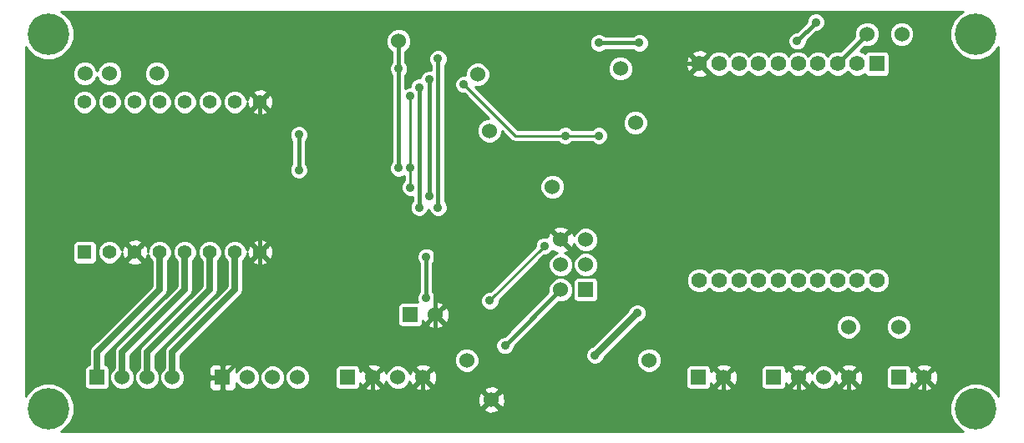
<source format=gbl>
G04 (created by PCBNEW-RS274X (2012-01-19 BZR 3256)-stable) date Sun 13 Jan 2013 10:48:50 GMT*
G01*
G70*
G90*
%MOIN*%
G04 Gerber Fmt 3.4, Leading zero omitted, Abs format*
%FSLAX34Y34*%
G04 APERTURE LIST*
%ADD10C,0.006000*%
%ADD11C,0.062000*%
%ADD12R,0.062000X0.062000*%
%ADD13R,0.060000X0.060000*%
%ADD14C,0.060000*%
%ADD15C,0.165400*%
%ADD16R,0.055000X0.055000*%
%ADD17C,0.055000*%
%ADD18C,0.035000*%
%ADD19C,0.017500*%
%ADD20C,0.025000*%
%ADD21C,0.015000*%
%ADD22C,0.010000*%
G04 APERTURE END LIST*
G54D10*
G54D11*
X72834Y-33465D03*
X72047Y-33465D03*
X71260Y-33465D03*
X70472Y-33465D03*
X69685Y-33465D03*
X68897Y-33465D03*
X68110Y-33465D03*
X67323Y-33465D03*
X66535Y-33465D03*
X66535Y-42126D03*
X67323Y-42126D03*
X68110Y-42126D03*
X68897Y-42126D03*
X69685Y-42126D03*
X70472Y-42126D03*
X71260Y-42126D03*
X72047Y-42126D03*
X72834Y-42126D03*
X73622Y-42126D03*
G54D12*
X73622Y-33465D03*
G54D13*
X52500Y-46000D03*
G54D14*
X53500Y-46000D03*
X54500Y-46000D03*
X55500Y-46000D03*
G54D13*
X69500Y-46000D03*
G54D14*
X70500Y-46000D03*
X71500Y-46000D03*
X72500Y-46000D03*
G54D13*
X42500Y-46000D03*
G54D14*
X43500Y-46000D03*
X44500Y-46000D03*
X45500Y-46000D03*
G54D13*
X47500Y-46000D03*
G54D14*
X48500Y-46000D03*
X49500Y-46000D03*
X50500Y-46000D03*
G54D13*
X74500Y-46000D03*
G54D14*
X75500Y-46000D03*
G54D13*
X62000Y-42500D03*
G54D14*
X61000Y-42500D03*
X62000Y-41500D03*
X61000Y-41500D03*
X62000Y-40500D03*
X61000Y-40500D03*
G54D13*
X55000Y-43500D03*
G54D14*
X56000Y-43500D03*
G54D15*
X77559Y-47244D03*
X40551Y-47244D03*
X77559Y-32283D03*
X40551Y-32283D03*
G54D13*
X66500Y-46000D03*
G54D14*
X67500Y-46000D03*
G54D16*
X42000Y-41000D03*
G54D17*
X43000Y-41000D03*
X44000Y-41000D03*
X45000Y-41000D03*
X46000Y-41000D03*
X47000Y-41000D03*
X48000Y-41000D03*
X49000Y-41000D03*
X49000Y-35000D03*
X48000Y-35000D03*
X47000Y-35000D03*
X46000Y-35000D03*
X45000Y-35000D03*
X44000Y-35000D03*
X43000Y-35000D03*
X42000Y-35000D03*
G54D14*
X57677Y-33898D03*
X57244Y-45315D03*
X64528Y-45315D03*
X58228Y-46890D03*
X58150Y-36142D03*
X74488Y-43976D03*
X63386Y-33661D03*
X54528Y-32559D03*
X44882Y-33858D03*
X42008Y-33858D03*
X42992Y-33858D03*
X60669Y-38386D03*
X74606Y-32283D03*
X73228Y-32283D03*
X63976Y-35827D03*
X72480Y-43976D03*
G54D18*
X50551Y-37717D03*
X50551Y-36299D03*
X58780Y-44724D03*
X62362Y-45118D03*
X64055Y-43425D03*
X55630Y-42835D03*
X55630Y-41181D03*
X70433Y-32559D03*
X71181Y-31811D03*
X56102Y-33268D03*
X56102Y-39213D03*
X58346Y-38504D03*
X59134Y-47520D03*
X48031Y-44291D03*
X51969Y-43701D03*
X63071Y-47520D03*
X51181Y-37205D03*
X63110Y-35472D03*
X51181Y-38780D03*
X54528Y-33661D03*
X54528Y-37638D03*
X62520Y-36339D03*
X57126Y-34291D03*
X61181Y-36339D03*
X55354Y-39213D03*
X55354Y-34409D03*
X62520Y-32638D03*
X64134Y-32638D03*
X55000Y-37638D03*
X55000Y-34764D03*
X60354Y-40748D03*
X58169Y-42933D03*
X55000Y-38406D03*
X55748Y-38740D03*
X55748Y-34094D03*
G54D19*
X61000Y-42500D02*
X61000Y-42504D01*
X61000Y-42504D02*
X58780Y-44724D01*
X50551Y-36299D02*
X50551Y-37717D01*
G54D20*
X64055Y-43425D02*
X62362Y-45118D01*
X42500Y-45000D02*
X45000Y-42500D01*
X42500Y-46000D02*
X42500Y-45000D01*
X45000Y-42500D02*
X45000Y-41000D01*
X43500Y-46000D02*
X43500Y-45000D01*
X43500Y-45000D02*
X46000Y-42500D01*
X46000Y-42500D02*
X46000Y-41000D01*
X48000Y-42500D02*
X45500Y-45000D01*
X48000Y-41000D02*
X48000Y-42500D01*
X45500Y-45000D02*
X45500Y-46000D01*
X47000Y-42500D02*
X47000Y-41000D01*
X44500Y-46000D02*
X44500Y-45000D01*
X44500Y-45000D02*
X47000Y-42500D01*
G54D21*
X55630Y-41181D02*
X55630Y-42835D01*
X72047Y-33465D02*
X72047Y-33464D01*
X72047Y-33464D02*
X73228Y-32283D01*
X71181Y-31811D02*
X70433Y-32559D01*
X56102Y-39213D02*
X56102Y-33268D01*
G54D19*
X49000Y-41000D02*
X49000Y-40961D01*
X59134Y-47500D02*
X63071Y-47500D01*
X65117Y-33465D02*
X66535Y-33465D01*
X48000Y-47000D02*
X53000Y-47000D01*
X72000Y-47000D02*
X72500Y-46500D01*
X56000Y-43500D02*
X56000Y-40850D01*
X49000Y-35000D02*
X49000Y-41000D01*
X49000Y-44500D02*
X47500Y-46000D01*
X73000Y-47000D02*
X75000Y-47000D01*
X59134Y-47520D02*
X59134Y-47500D01*
X51969Y-44291D02*
X51969Y-43701D01*
X56500Y-47500D02*
X59134Y-47500D01*
X63071Y-47520D02*
X63071Y-47500D01*
X56000Y-40850D02*
X58346Y-38504D01*
X47500Y-46000D02*
X47500Y-46500D01*
X53000Y-47000D02*
X53500Y-46500D01*
X49000Y-41000D02*
X49000Y-44500D01*
X47500Y-44822D02*
X48031Y-44291D01*
X53500Y-46000D02*
X53500Y-46500D01*
X48500Y-40500D02*
X49000Y-41000D01*
X53500Y-46500D02*
X54000Y-47000D01*
X63110Y-35472D02*
X65117Y-33465D01*
X75500Y-46500D02*
X75500Y-46000D01*
X71000Y-47000D02*
X72000Y-47000D01*
X44500Y-40500D02*
X48500Y-40500D01*
X72500Y-46000D02*
X72500Y-46500D01*
X54000Y-47000D02*
X55000Y-47000D01*
X56000Y-45500D02*
X55500Y-46000D01*
X63071Y-47500D02*
X66500Y-47500D01*
X47500Y-46500D02*
X48000Y-47000D01*
X44000Y-41000D02*
X44500Y-40500D01*
X70500Y-46000D02*
X70500Y-46500D01*
X55500Y-46500D02*
X56500Y-47500D01*
X49000Y-40961D02*
X51181Y-38780D01*
X53500Y-45822D02*
X51969Y-44291D01*
X55000Y-47000D02*
X55500Y-46500D01*
X66500Y-47500D02*
X67500Y-46500D01*
X72500Y-46500D02*
X73000Y-47000D01*
X67500Y-46500D02*
X68000Y-47000D01*
X56000Y-43500D02*
X56000Y-45500D01*
X51181Y-38780D02*
X51181Y-37205D01*
X75000Y-47000D02*
X75500Y-46500D01*
X68000Y-47000D02*
X70000Y-47000D01*
X55500Y-46000D02*
X55500Y-46500D01*
X70000Y-47000D02*
X70500Y-46500D01*
X67500Y-46000D02*
X67500Y-46500D01*
X53500Y-46000D02*
X53500Y-45822D01*
X70500Y-46500D02*
X71000Y-47000D01*
X47500Y-46000D02*
X47500Y-44822D01*
G54D21*
X54528Y-32559D02*
X54528Y-33661D01*
X54528Y-37638D02*
X54528Y-33661D01*
G54D22*
X62520Y-36339D02*
X61181Y-36339D01*
X59173Y-36339D02*
X57126Y-34291D01*
X61181Y-36339D02*
X59173Y-36339D01*
G54D21*
X55354Y-39213D02*
X55354Y-34409D01*
X62520Y-32638D02*
X64134Y-32638D01*
G54D22*
X55000Y-37638D02*
X55000Y-34764D01*
X55000Y-38406D02*
X55000Y-37638D01*
X58169Y-42933D02*
X60354Y-40748D01*
G54D21*
X55748Y-38740D02*
X55748Y-34094D01*
G54D10*
G36*
X78465Y-46747D02*
X78430Y-46663D01*
X78142Y-46374D01*
X77764Y-46217D01*
X77356Y-46217D01*
X76978Y-46373D01*
X76689Y-46661D01*
X76532Y-47039D01*
X76532Y-47447D01*
X76688Y-47825D01*
X76976Y-48114D01*
X77062Y-48150D01*
X76053Y-48150D01*
X76053Y-46081D01*
X76042Y-45863D01*
X75980Y-45714D01*
X75885Y-45685D01*
X75815Y-45755D01*
X75815Y-45615D01*
X75786Y-45520D01*
X75581Y-45447D01*
X75363Y-45458D01*
X75214Y-45520D01*
X75185Y-45615D01*
X75500Y-45929D01*
X75815Y-45615D01*
X75815Y-45755D01*
X75571Y-46000D01*
X75885Y-46315D01*
X75980Y-46286D01*
X76053Y-46081D01*
X76053Y-48150D01*
X75815Y-48150D01*
X75815Y-46385D01*
X75500Y-46071D01*
X75429Y-46141D01*
X75429Y-46000D01*
X75115Y-45685D01*
X75105Y-45688D01*
X75105Y-32382D01*
X75105Y-32184D01*
X75029Y-32001D01*
X74889Y-31860D01*
X74705Y-31784D01*
X74507Y-31784D01*
X74324Y-31860D01*
X74183Y-32000D01*
X74107Y-32184D01*
X74107Y-32382D01*
X74183Y-32565D01*
X74323Y-32706D01*
X74507Y-32782D01*
X74705Y-32782D01*
X74888Y-32706D01*
X75029Y-32566D01*
X75105Y-32382D01*
X75105Y-45688D01*
X75020Y-45714D01*
X74999Y-45772D01*
X74999Y-45661D01*
X74987Y-45631D01*
X74987Y-44075D01*
X74987Y-43877D01*
X74911Y-43694D01*
X74771Y-43553D01*
X74587Y-43477D01*
X74389Y-43477D01*
X74206Y-43553D01*
X74131Y-43627D01*
X74131Y-42227D01*
X74131Y-42025D01*
X74131Y-33815D01*
X74131Y-33736D01*
X74131Y-33116D01*
X74101Y-33043D01*
X74045Y-32987D01*
X73972Y-32956D01*
X73893Y-32956D01*
X73273Y-32956D01*
X73200Y-32986D01*
X73144Y-33042D01*
X73139Y-33051D01*
X73122Y-33034D01*
X72941Y-32958D01*
X73121Y-32778D01*
X73129Y-32782D01*
X73327Y-32782D01*
X73510Y-32706D01*
X73651Y-32566D01*
X73727Y-32382D01*
X73727Y-32184D01*
X73651Y-32001D01*
X73511Y-31860D01*
X73327Y-31784D01*
X73129Y-31784D01*
X72946Y-31860D01*
X72805Y-32000D01*
X72729Y-32184D01*
X72729Y-32382D01*
X72732Y-32389D01*
X72161Y-32961D01*
X72148Y-32956D01*
X71946Y-32956D01*
X71759Y-33033D01*
X71653Y-33139D01*
X71556Y-33042D01*
X71556Y-31886D01*
X71556Y-31737D01*
X71499Y-31599D01*
X71394Y-31494D01*
X71256Y-31436D01*
X71107Y-31436D01*
X70969Y-31493D01*
X70864Y-31598D01*
X70806Y-31736D01*
X70806Y-31797D01*
X70419Y-32184D01*
X70359Y-32184D01*
X70221Y-32241D01*
X70116Y-32346D01*
X70058Y-32484D01*
X70058Y-32633D01*
X70115Y-32771D01*
X70220Y-32876D01*
X70358Y-32934D01*
X70507Y-32934D01*
X70645Y-32877D01*
X70750Y-32772D01*
X70808Y-32634D01*
X70808Y-32572D01*
X71194Y-32186D01*
X71255Y-32186D01*
X71393Y-32129D01*
X71498Y-32024D01*
X71556Y-31886D01*
X71556Y-33042D01*
X71548Y-33034D01*
X71361Y-32956D01*
X71159Y-32956D01*
X70972Y-33033D01*
X70866Y-33139D01*
X70760Y-33034D01*
X70573Y-32956D01*
X70371Y-32956D01*
X70184Y-33033D01*
X70078Y-33139D01*
X69973Y-33034D01*
X69786Y-32956D01*
X69584Y-32956D01*
X69397Y-33033D01*
X69291Y-33139D01*
X69185Y-33034D01*
X68998Y-32956D01*
X68796Y-32956D01*
X68609Y-33033D01*
X68503Y-33139D01*
X68398Y-33034D01*
X68211Y-32956D01*
X68009Y-32956D01*
X67822Y-33033D01*
X67716Y-33139D01*
X67611Y-33034D01*
X67424Y-32956D01*
X67222Y-32956D01*
X67035Y-33033D01*
X66892Y-33177D01*
X66891Y-33178D01*
X66857Y-33212D01*
X66857Y-33073D01*
X66828Y-32977D01*
X66618Y-32902D01*
X66396Y-32913D01*
X66242Y-32977D01*
X66213Y-33073D01*
X66535Y-33394D01*
X66857Y-33073D01*
X66857Y-33212D01*
X66606Y-33465D01*
X66889Y-33749D01*
X66891Y-33753D01*
X67035Y-33896D01*
X67222Y-33974D01*
X67424Y-33974D01*
X67611Y-33897D01*
X67716Y-33790D01*
X67822Y-33896D01*
X68009Y-33974D01*
X68211Y-33974D01*
X68398Y-33897D01*
X68503Y-33790D01*
X68609Y-33896D01*
X68796Y-33974D01*
X68998Y-33974D01*
X69185Y-33897D01*
X69290Y-33790D01*
X69397Y-33896D01*
X69584Y-33974D01*
X69786Y-33974D01*
X69973Y-33897D01*
X70078Y-33790D01*
X70184Y-33896D01*
X70371Y-33974D01*
X70573Y-33974D01*
X70760Y-33897D01*
X70865Y-33790D01*
X70972Y-33896D01*
X71159Y-33974D01*
X71361Y-33974D01*
X71548Y-33897D01*
X71653Y-33790D01*
X71759Y-33896D01*
X71946Y-33974D01*
X72148Y-33974D01*
X72335Y-33897D01*
X72440Y-33790D01*
X72546Y-33896D01*
X72733Y-33974D01*
X72935Y-33974D01*
X73122Y-33897D01*
X73139Y-33879D01*
X73143Y-33887D01*
X73199Y-33943D01*
X73272Y-33974D01*
X73351Y-33974D01*
X73971Y-33974D01*
X74044Y-33944D01*
X74100Y-33888D01*
X74131Y-33815D01*
X74131Y-42025D01*
X74054Y-41838D01*
X73910Y-41695D01*
X73723Y-41617D01*
X73521Y-41617D01*
X73334Y-41694D01*
X73228Y-41800D01*
X73122Y-41695D01*
X72935Y-41617D01*
X72733Y-41617D01*
X72546Y-41694D01*
X72440Y-41800D01*
X72335Y-41695D01*
X72148Y-41617D01*
X71946Y-41617D01*
X71759Y-41694D01*
X71653Y-41800D01*
X71548Y-41695D01*
X71361Y-41617D01*
X71159Y-41617D01*
X70972Y-41694D01*
X70866Y-41800D01*
X70760Y-41695D01*
X70573Y-41617D01*
X70371Y-41617D01*
X70184Y-41694D01*
X70078Y-41800D01*
X69973Y-41695D01*
X69786Y-41617D01*
X69584Y-41617D01*
X69397Y-41694D01*
X69291Y-41800D01*
X69185Y-41695D01*
X68998Y-41617D01*
X68796Y-41617D01*
X68609Y-41694D01*
X68503Y-41800D01*
X68398Y-41695D01*
X68211Y-41617D01*
X68009Y-41617D01*
X67822Y-41694D01*
X67716Y-41800D01*
X67611Y-41695D01*
X67424Y-41617D01*
X67222Y-41617D01*
X67035Y-41694D01*
X66929Y-41800D01*
X66857Y-41728D01*
X66857Y-33857D01*
X66535Y-33536D01*
X66464Y-33606D01*
X66464Y-33465D01*
X66143Y-33143D01*
X66047Y-33172D01*
X65972Y-33382D01*
X65983Y-33604D01*
X66047Y-33758D01*
X66143Y-33787D01*
X66464Y-33465D01*
X66464Y-33606D01*
X66213Y-33857D01*
X66242Y-33953D01*
X66452Y-34028D01*
X66674Y-34017D01*
X66828Y-33953D01*
X66857Y-33857D01*
X66857Y-41728D01*
X66823Y-41695D01*
X66636Y-41617D01*
X66434Y-41617D01*
X66247Y-41694D01*
X66104Y-41838D01*
X66026Y-42025D01*
X66026Y-42227D01*
X66103Y-42414D01*
X66247Y-42557D01*
X66434Y-42635D01*
X66636Y-42635D01*
X66823Y-42558D01*
X66928Y-42451D01*
X67035Y-42557D01*
X67222Y-42635D01*
X67424Y-42635D01*
X67611Y-42558D01*
X67716Y-42451D01*
X67822Y-42557D01*
X68009Y-42635D01*
X68211Y-42635D01*
X68398Y-42558D01*
X68503Y-42451D01*
X68609Y-42557D01*
X68796Y-42635D01*
X68998Y-42635D01*
X69185Y-42558D01*
X69290Y-42451D01*
X69397Y-42557D01*
X69584Y-42635D01*
X69786Y-42635D01*
X69973Y-42558D01*
X70078Y-42451D01*
X70184Y-42557D01*
X70371Y-42635D01*
X70573Y-42635D01*
X70760Y-42558D01*
X70865Y-42451D01*
X70972Y-42557D01*
X71159Y-42635D01*
X71361Y-42635D01*
X71548Y-42558D01*
X71653Y-42451D01*
X71759Y-42557D01*
X71946Y-42635D01*
X72148Y-42635D01*
X72335Y-42558D01*
X72440Y-42451D01*
X72546Y-42557D01*
X72733Y-42635D01*
X72935Y-42635D01*
X73122Y-42558D01*
X73227Y-42451D01*
X73334Y-42557D01*
X73521Y-42635D01*
X73723Y-42635D01*
X73910Y-42558D01*
X74053Y-42414D01*
X74131Y-42227D01*
X74131Y-43627D01*
X74065Y-43693D01*
X73989Y-43877D01*
X73989Y-44075D01*
X74065Y-44258D01*
X74205Y-44399D01*
X74389Y-44475D01*
X74587Y-44475D01*
X74770Y-44399D01*
X74911Y-44259D01*
X74987Y-44075D01*
X74987Y-45631D01*
X74969Y-45588D01*
X74913Y-45532D01*
X74840Y-45501D01*
X74761Y-45501D01*
X74161Y-45501D01*
X74088Y-45531D01*
X74032Y-45587D01*
X74001Y-45660D01*
X74001Y-45739D01*
X74001Y-46339D01*
X74031Y-46412D01*
X74087Y-46468D01*
X74160Y-46499D01*
X74239Y-46499D01*
X74839Y-46499D01*
X74912Y-46469D01*
X74968Y-46413D01*
X74999Y-46340D01*
X74999Y-46261D01*
X74999Y-46235D01*
X75020Y-46286D01*
X75115Y-46315D01*
X75429Y-46000D01*
X75429Y-46141D01*
X75185Y-46385D01*
X75214Y-46480D01*
X75419Y-46553D01*
X75637Y-46542D01*
X75786Y-46480D01*
X75815Y-46385D01*
X75815Y-48150D01*
X73053Y-48150D01*
X73053Y-46081D01*
X73042Y-45863D01*
X72980Y-45714D01*
X72979Y-45713D01*
X72979Y-44075D01*
X72979Y-43877D01*
X72903Y-43694D01*
X72763Y-43553D01*
X72579Y-43477D01*
X72381Y-43477D01*
X72198Y-43553D01*
X72057Y-43693D01*
X71981Y-43877D01*
X71981Y-44075D01*
X72057Y-44258D01*
X72197Y-44399D01*
X72381Y-44475D01*
X72579Y-44475D01*
X72762Y-44399D01*
X72903Y-44259D01*
X72979Y-44075D01*
X72979Y-45713D01*
X72885Y-45685D01*
X72815Y-45755D01*
X72815Y-45615D01*
X72786Y-45520D01*
X72581Y-45447D01*
X72363Y-45458D01*
X72214Y-45520D01*
X72185Y-45615D01*
X72500Y-45929D01*
X72815Y-45615D01*
X72815Y-45755D01*
X72571Y-46000D01*
X72885Y-46315D01*
X72980Y-46286D01*
X73053Y-46081D01*
X73053Y-48150D01*
X72815Y-48150D01*
X72815Y-46385D01*
X72500Y-46071D01*
X72429Y-46141D01*
X72429Y-46000D01*
X72115Y-45685D01*
X72020Y-45714D01*
X71974Y-45841D01*
X71923Y-45718D01*
X71783Y-45577D01*
X71599Y-45501D01*
X71401Y-45501D01*
X71218Y-45577D01*
X71077Y-45717D01*
X71029Y-45832D01*
X70980Y-45714D01*
X70885Y-45685D01*
X70815Y-45755D01*
X70815Y-45615D01*
X70786Y-45520D01*
X70581Y-45447D01*
X70363Y-45458D01*
X70214Y-45520D01*
X70185Y-45615D01*
X70500Y-45929D01*
X70815Y-45615D01*
X70815Y-45755D01*
X70571Y-46000D01*
X70885Y-46315D01*
X70980Y-46286D01*
X71025Y-46158D01*
X71077Y-46282D01*
X71217Y-46423D01*
X71401Y-46499D01*
X71599Y-46499D01*
X71782Y-46423D01*
X71923Y-46283D01*
X71970Y-46167D01*
X72020Y-46286D01*
X72115Y-46315D01*
X72429Y-46000D01*
X72429Y-46141D01*
X72185Y-46385D01*
X72214Y-46480D01*
X72419Y-46553D01*
X72637Y-46542D01*
X72786Y-46480D01*
X72815Y-46385D01*
X72815Y-48150D01*
X70815Y-48150D01*
X70815Y-46385D01*
X70500Y-46071D01*
X70429Y-46141D01*
X70429Y-46000D01*
X70115Y-45685D01*
X70020Y-45714D01*
X69999Y-45772D01*
X69999Y-45661D01*
X69969Y-45588D01*
X69913Y-45532D01*
X69840Y-45501D01*
X69761Y-45501D01*
X69161Y-45501D01*
X69088Y-45531D01*
X69032Y-45587D01*
X69001Y-45660D01*
X69001Y-45739D01*
X69001Y-46339D01*
X69031Y-46412D01*
X69087Y-46468D01*
X69160Y-46499D01*
X69239Y-46499D01*
X69839Y-46499D01*
X69912Y-46469D01*
X69968Y-46413D01*
X69999Y-46340D01*
X69999Y-46261D01*
X69999Y-46235D01*
X70020Y-46286D01*
X70115Y-46315D01*
X70429Y-46000D01*
X70429Y-46141D01*
X70185Y-46385D01*
X70214Y-46480D01*
X70419Y-46553D01*
X70637Y-46542D01*
X70786Y-46480D01*
X70815Y-46385D01*
X70815Y-48150D01*
X68053Y-48150D01*
X68053Y-46081D01*
X68042Y-45863D01*
X67980Y-45714D01*
X67885Y-45685D01*
X67815Y-45755D01*
X67815Y-45615D01*
X67786Y-45520D01*
X67581Y-45447D01*
X67363Y-45458D01*
X67214Y-45520D01*
X67185Y-45615D01*
X67500Y-45929D01*
X67815Y-45615D01*
X67815Y-45755D01*
X67571Y-46000D01*
X67885Y-46315D01*
X67980Y-46286D01*
X68053Y-46081D01*
X68053Y-48150D01*
X67815Y-48150D01*
X67815Y-46385D01*
X67500Y-46071D01*
X67429Y-46141D01*
X67429Y-46000D01*
X67115Y-45685D01*
X67020Y-45714D01*
X66999Y-45772D01*
X66999Y-45661D01*
X66969Y-45588D01*
X66913Y-45532D01*
X66840Y-45501D01*
X66761Y-45501D01*
X66161Y-45501D01*
X66088Y-45531D01*
X66032Y-45587D01*
X66001Y-45660D01*
X66001Y-45739D01*
X66001Y-46339D01*
X66031Y-46412D01*
X66087Y-46468D01*
X66160Y-46499D01*
X66239Y-46499D01*
X66839Y-46499D01*
X66912Y-46469D01*
X66968Y-46413D01*
X66999Y-46340D01*
X66999Y-46261D01*
X66999Y-46235D01*
X67020Y-46286D01*
X67115Y-46315D01*
X67429Y-46000D01*
X67429Y-46141D01*
X67185Y-46385D01*
X67214Y-46480D01*
X67419Y-46553D01*
X67637Y-46542D01*
X67786Y-46480D01*
X67815Y-46385D01*
X67815Y-48150D01*
X65027Y-48150D01*
X65027Y-45414D01*
X65027Y-45216D01*
X64951Y-45033D01*
X64811Y-44892D01*
X64627Y-44816D01*
X64509Y-44816D01*
X64509Y-32713D01*
X64509Y-32564D01*
X64452Y-32426D01*
X64347Y-32321D01*
X64209Y-32263D01*
X64060Y-32263D01*
X63922Y-32320D01*
X63879Y-32363D01*
X62775Y-32363D01*
X62733Y-32321D01*
X62595Y-32263D01*
X62446Y-32263D01*
X62308Y-32320D01*
X62203Y-32425D01*
X62145Y-32563D01*
X62145Y-32712D01*
X62202Y-32850D01*
X62307Y-32955D01*
X62445Y-33013D01*
X62594Y-33013D01*
X62732Y-32956D01*
X62775Y-32913D01*
X63879Y-32913D01*
X63921Y-32955D01*
X64059Y-33013D01*
X64208Y-33013D01*
X64346Y-32956D01*
X64451Y-32851D01*
X64509Y-32713D01*
X64509Y-44816D01*
X64475Y-44816D01*
X64475Y-35926D01*
X64475Y-35728D01*
X64399Y-35545D01*
X64259Y-35404D01*
X64075Y-35328D01*
X63885Y-35328D01*
X63885Y-33760D01*
X63885Y-33562D01*
X63809Y-33379D01*
X63669Y-33238D01*
X63485Y-33162D01*
X63287Y-33162D01*
X63104Y-33238D01*
X62963Y-33378D01*
X62887Y-33562D01*
X62887Y-33760D01*
X62963Y-33943D01*
X63103Y-34084D01*
X63287Y-34160D01*
X63485Y-34160D01*
X63668Y-34084D01*
X63809Y-33944D01*
X63885Y-33760D01*
X63885Y-35328D01*
X63877Y-35328D01*
X63694Y-35404D01*
X63553Y-35544D01*
X63477Y-35728D01*
X63477Y-35926D01*
X63553Y-36109D01*
X63693Y-36250D01*
X63877Y-36326D01*
X64075Y-36326D01*
X64258Y-36250D01*
X64399Y-36110D01*
X64475Y-35926D01*
X64475Y-44816D01*
X64430Y-44816D01*
X64430Y-43500D01*
X64430Y-43351D01*
X64373Y-43213D01*
X64268Y-43108D01*
X64130Y-43050D01*
X63981Y-43050D01*
X63843Y-43107D01*
X63738Y-43212D01*
X63687Y-43332D01*
X62895Y-44124D01*
X62895Y-36414D01*
X62895Y-36265D01*
X62838Y-36127D01*
X62733Y-36022D01*
X62595Y-35964D01*
X62446Y-35964D01*
X62308Y-36021D01*
X62240Y-36089D01*
X61461Y-36089D01*
X61394Y-36022D01*
X61256Y-35964D01*
X61107Y-35964D01*
X60969Y-36021D01*
X60901Y-36089D01*
X59278Y-36089D01*
X57586Y-34397D01*
X57776Y-34397D01*
X57959Y-34321D01*
X58100Y-34181D01*
X58176Y-33997D01*
X58176Y-33799D01*
X58100Y-33616D01*
X57960Y-33475D01*
X57776Y-33399D01*
X57578Y-33399D01*
X57395Y-33475D01*
X57254Y-33615D01*
X57178Y-33799D01*
X57178Y-33916D01*
X57052Y-33916D01*
X56914Y-33973D01*
X56809Y-34078D01*
X56751Y-34216D01*
X56751Y-34365D01*
X56808Y-34503D01*
X56913Y-34608D01*
X57051Y-34666D01*
X57147Y-34666D01*
X58124Y-35643D01*
X58051Y-35643D01*
X57868Y-35719D01*
X57727Y-35859D01*
X57651Y-36043D01*
X57651Y-36241D01*
X57727Y-36424D01*
X57867Y-36565D01*
X58051Y-36641D01*
X58249Y-36641D01*
X58432Y-36565D01*
X58573Y-36425D01*
X58649Y-36241D01*
X58649Y-36168D01*
X58994Y-36513D01*
X58996Y-36516D01*
X59077Y-36570D01*
X59173Y-36589D01*
X60901Y-36589D01*
X60968Y-36656D01*
X61106Y-36714D01*
X61255Y-36714D01*
X61393Y-36657D01*
X61461Y-36589D01*
X62240Y-36589D01*
X62307Y-36656D01*
X62445Y-36714D01*
X62594Y-36714D01*
X62732Y-36657D01*
X62837Y-36552D01*
X62895Y-36414D01*
X62895Y-44124D01*
X62499Y-44520D01*
X62499Y-42840D01*
X62499Y-42761D01*
X62499Y-42161D01*
X62499Y-41599D01*
X62499Y-41401D01*
X62499Y-40599D01*
X62499Y-40401D01*
X62423Y-40218D01*
X62283Y-40077D01*
X62099Y-40001D01*
X61901Y-40001D01*
X61718Y-40077D01*
X61577Y-40217D01*
X61529Y-40332D01*
X61480Y-40214D01*
X61385Y-40185D01*
X61315Y-40255D01*
X61315Y-40115D01*
X61286Y-40020D01*
X61168Y-39977D01*
X61168Y-38485D01*
X61168Y-38287D01*
X61092Y-38104D01*
X60952Y-37963D01*
X60768Y-37887D01*
X60570Y-37887D01*
X60387Y-37963D01*
X60246Y-38103D01*
X60170Y-38287D01*
X60170Y-38485D01*
X60246Y-38668D01*
X60386Y-38809D01*
X60570Y-38885D01*
X60768Y-38885D01*
X60951Y-38809D01*
X61092Y-38669D01*
X61168Y-38485D01*
X61168Y-39977D01*
X61081Y-39947D01*
X60863Y-39958D01*
X60714Y-40020D01*
X60685Y-40115D01*
X61000Y-40429D01*
X61315Y-40115D01*
X61315Y-40255D01*
X61071Y-40500D01*
X61385Y-40815D01*
X61480Y-40786D01*
X61525Y-40658D01*
X61577Y-40782D01*
X61717Y-40923D01*
X61901Y-40999D01*
X62099Y-40999D01*
X62282Y-40923D01*
X62423Y-40783D01*
X62499Y-40599D01*
X62499Y-41401D01*
X62423Y-41218D01*
X62283Y-41077D01*
X62099Y-41001D01*
X61901Y-41001D01*
X61718Y-41077D01*
X61577Y-41217D01*
X61501Y-41401D01*
X61501Y-41599D01*
X61577Y-41782D01*
X61717Y-41923D01*
X61901Y-41999D01*
X62099Y-41999D01*
X62282Y-41923D01*
X62423Y-41783D01*
X62499Y-41599D01*
X62499Y-42161D01*
X62469Y-42088D01*
X62413Y-42032D01*
X62340Y-42001D01*
X62261Y-42001D01*
X61661Y-42001D01*
X61588Y-42031D01*
X61532Y-42087D01*
X61501Y-42160D01*
X61501Y-42239D01*
X61501Y-42839D01*
X61531Y-42912D01*
X61587Y-42968D01*
X61660Y-42999D01*
X61739Y-42999D01*
X62339Y-42999D01*
X62412Y-42969D01*
X62468Y-42913D01*
X62499Y-42840D01*
X62499Y-44520D01*
X62269Y-44750D01*
X62150Y-44800D01*
X62045Y-44905D01*
X61987Y-45043D01*
X61987Y-45192D01*
X62044Y-45330D01*
X62149Y-45435D01*
X62287Y-45493D01*
X62436Y-45493D01*
X62574Y-45436D01*
X62679Y-45331D01*
X62729Y-45210D01*
X64147Y-43792D01*
X64267Y-43743D01*
X64372Y-43638D01*
X64430Y-43500D01*
X64430Y-44816D01*
X64429Y-44816D01*
X64246Y-44892D01*
X64105Y-45032D01*
X64029Y-45216D01*
X64029Y-45414D01*
X64105Y-45597D01*
X64245Y-45738D01*
X64429Y-45814D01*
X64627Y-45814D01*
X64810Y-45738D01*
X64951Y-45598D01*
X65027Y-45414D01*
X65027Y-48150D01*
X61499Y-48150D01*
X61499Y-42599D01*
X61499Y-42401D01*
X61499Y-41599D01*
X61499Y-41401D01*
X61423Y-41218D01*
X61283Y-41077D01*
X61167Y-41029D01*
X61286Y-40980D01*
X61315Y-40885D01*
X61035Y-40606D01*
X61000Y-40571D01*
X60929Y-40500D01*
X60894Y-40465D01*
X60615Y-40185D01*
X60520Y-40214D01*
X60458Y-40385D01*
X60429Y-40373D01*
X60280Y-40373D01*
X60142Y-40430D01*
X60037Y-40535D01*
X59979Y-40673D01*
X59979Y-40769D01*
X58190Y-42558D01*
X58095Y-42558D01*
X57957Y-42615D01*
X57852Y-42720D01*
X57794Y-42858D01*
X57794Y-43007D01*
X57851Y-43145D01*
X57956Y-43250D01*
X58094Y-43308D01*
X58243Y-43308D01*
X58381Y-43251D01*
X58486Y-43146D01*
X58544Y-43008D01*
X58544Y-42912D01*
X60333Y-41123D01*
X60428Y-41123D01*
X60566Y-41066D01*
X60670Y-40961D01*
X60675Y-40966D01*
X60701Y-40939D01*
X60714Y-40980D01*
X60841Y-41025D01*
X60718Y-41077D01*
X60577Y-41217D01*
X60501Y-41401D01*
X60501Y-41599D01*
X60577Y-41782D01*
X60717Y-41923D01*
X60901Y-41999D01*
X61099Y-41999D01*
X61282Y-41923D01*
X61423Y-41783D01*
X61499Y-41599D01*
X61499Y-42401D01*
X61423Y-42218D01*
X61283Y-42077D01*
X61099Y-42001D01*
X60901Y-42001D01*
X60718Y-42077D01*
X60577Y-42217D01*
X60501Y-42401D01*
X60501Y-42597D01*
X58749Y-44349D01*
X58706Y-44349D01*
X58568Y-44406D01*
X58463Y-44511D01*
X58405Y-44649D01*
X58405Y-44798D01*
X58462Y-44936D01*
X58567Y-45041D01*
X58705Y-45099D01*
X58854Y-45099D01*
X58992Y-45042D01*
X59097Y-44937D01*
X59155Y-44799D01*
X59155Y-44755D01*
X60911Y-42999D01*
X61099Y-42999D01*
X61282Y-42923D01*
X61423Y-42783D01*
X61499Y-42599D01*
X61499Y-48150D01*
X58781Y-48150D01*
X58781Y-46971D01*
X58770Y-46753D01*
X58708Y-46604D01*
X58613Y-46575D01*
X58543Y-46645D01*
X58543Y-46505D01*
X58514Y-46410D01*
X58309Y-46337D01*
X58091Y-46348D01*
X57942Y-46410D01*
X57913Y-46505D01*
X58228Y-46819D01*
X58543Y-46505D01*
X58543Y-46645D01*
X58299Y-46890D01*
X58613Y-47205D01*
X58708Y-47176D01*
X58781Y-46971D01*
X58781Y-48150D01*
X58543Y-48150D01*
X58543Y-47275D01*
X58228Y-46961D01*
X58157Y-47031D01*
X58157Y-46890D01*
X57843Y-46575D01*
X57748Y-46604D01*
X57743Y-46618D01*
X57743Y-45414D01*
X57743Y-45216D01*
X57667Y-45033D01*
X57527Y-44892D01*
X57343Y-44816D01*
X57145Y-44816D01*
X56962Y-44892D01*
X56821Y-45032D01*
X56745Y-45216D01*
X56745Y-45414D01*
X56821Y-45597D01*
X56961Y-45738D01*
X57145Y-45814D01*
X57343Y-45814D01*
X57526Y-45738D01*
X57667Y-45598D01*
X57743Y-45414D01*
X57743Y-46618D01*
X57675Y-46809D01*
X57686Y-47027D01*
X57748Y-47176D01*
X57843Y-47205D01*
X58157Y-46890D01*
X58157Y-47031D01*
X57913Y-47275D01*
X57942Y-47370D01*
X58147Y-47443D01*
X58365Y-47432D01*
X58514Y-47370D01*
X58543Y-47275D01*
X58543Y-48150D01*
X56553Y-48150D01*
X56553Y-43581D01*
X56542Y-43363D01*
X56480Y-43214D01*
X56477Y-43213D01*
X56477Y-39288D01*
X56477Y-39139D01*
X56420Y-39001D01*
X56377Y-38958D01*
X56377Y-33523D01*
X56419Y-33481D01*
X56477Y-33343D01*
X56477Y-33194D01*
X56420Y-33056D01*
X56315Y-32951D01*
X56177Y-32893D01*
X56028Y-32893D01*
X55890Y-32950D01*
X55785Y-33055D01*
X55727Y-33193D01*
X55727Y-33342D01*
X55784Y-33480D01*
X55827Y-33523D01*
X55827Y-33720D01*
X55823Y-33719D01*
X55674Y-33719D01*
X55536Y-33776D01*
X55431Y-33881D01*
X55373Y-34019D01*
X55373Y-34034D01*
X55280Y-34034D01*
X55142Y-34091D01*
X55037Y-34196D01*
X54979Y-34334D01*
X54979Y-34389D01*
X54926Y-34389D01*
X54803Y-34439D01*
X54803Y-33916D01*
X54845Y-33874D01*
X54903Y-33736D01*
X54903Y-33587D01*
X54846Y-33449D01*
X54803Y-33406D01*
X54803Y-32984D01*
X54810Y-32982D01*
X54951Y-32842D01*
X55027Y-32658D01*
X55027Y-32460D01*
X54951Y-32277D01*
X54811Y-32136D01*
X54627Y-32060D01*
X54429Y-32060D01*
X54246Y-32136D01*
X54105Y-32276D01*
X54029Y-32460D01*
X54029Y-32658D01*
X54105Y-32841D01*
X54245Y-32982D01*
X54253Y-32985D01*
X54253Y-33406D01*
X54211Y-33448D01*
X54153Y-33586D01*
X54153Y-33735D01*
X54210Y-33873D01*
X54253Y-33916D01*
X54253Y-37383D01*
X54211Y-37425D01*
X54153Y-37563D01*
X54153Y-37712D01*
X54210Y-37850D01*
X54315Y-37955D01*
X54453Y-38013D01*
X54602Y-38013D01*
X54740Y-37956D01*
X54750Y-37946D01*
X54750Y-38126D01*
X54683Y-38193D01*
X54625Y-38331D01*
X54625Y-38480D01*
X54682Y-38618D01*
X54787Y-38723D01*
X54925Y-38781D01*
X55074Y-38781D01*
X55079Y-38778D01*
X55079Y-38958D01*
X55037Y-39000D01*
X54979Y-39138D01*
X54979Y-39287D01*
X55036Y-39425D01*
X55141Y-39530D01*
X55279Y-39588D01*
X55428Y-39588D01*
X55566Y-39531D01*
X55671Y-39426D01*
X55728Y-39289D01*
X55784Y-39425D01*
X55889Y-39530D01*
X56027Y-39588D01*
X56176Y-39588D01*
X56314Y-39531D01*
X56419Y-39426D01*
X56477Y-39288D01*
X56477Y-43213D01*
X56385Y-43185D01*
X56315Y-43255D01*
X56315Y-43115D01*
X56286Y-43020D01*
X56081Y-42947D01*
X55987Y-42951D01*
X56005Y-42910D01*
X56005Y-42761D01*
X55948Y-42623D01*
X55905Y-42580D01*
X55905Y-41436D01*
X55947Y-41394D01*
X56005Y-41256D01*
X56005Y-41107D01*
X55948Y-40969D01*
X55843Y-40864D01*
X55705Y-40806D01*
X55556Y-40806D01*
X55418Y-40863D01*
X55313Y-40968D01*
X55255Y-41106D01*
X55255Y-41255D01*
X55312Y-41393D01*
X55355Y-41436D01*
X55355Y-42580D01*
X55313Y-42622D01*
X55255Y-42760D01*
X55255Y-42909D01*
X55293Y-43001D01*
X55261Y-43001D01*
X54661Y-43001D01*
X54588Y-43031D01*
X54532Y-43087D01*
X54501Y-43160D01*
X54501Y-43239D01*
X54501Y-43839D01*
X54531Y-43912D01*
X54587Y-43968D01*
X54660Y-43999D01*
X54739Y-43999D01*
X55339Y-43999D01*
X55412Y-43969D01*
X55468Y-43913D01*
X55499Y-43840D01*
X55499Y-43761D01*
X55499Y-43735D01*
X55520Y-43786D01*
X55615Y-43815D01*
X55894Y-43535D01*
X55929Y-43500D01*
X56000Y-43429D01*
X56035Y-43394D01*
X56315Y-43115D01*
X56315Y-43255D01*
X56071Y-43500D01*
X56385Y-43815D01*
X56480Y-43786D01*
X56553Y-43581D01*
X56553Y-48150D01*
X56315Y-48150D01*
X56315Y-43885D01*
X56000Y-43571D01*
X55685Y-43885D01*
X55714Y-43980D01*
X55919Y-44053D01*
X56137Y-44042D01*
X56286Y-43980D01*
X56315Y-43885D01*
X56315Y-48150D01*
X56053Y-48150D01*
X56053Y-46081D01*
X56042Y-45863D01*
X55980Y-45714D01*
X55885Y-45685D01*
X55815Y-45755D01*
X55815Y-45615D01*
X55786Y-45520D01*
X55581Y-45447D01*
X55363Y-45458D01*
X55214Y-45520D01*
X55185Y-45615D01*
X55500Y-45929D01*
X55815Y-45615D01*
X55815Y-45755D01*
X55571Y-46000D01*
X55885Y-46315D01*
X55980Y-46286D01*
X56053Y-46081D01*
X56053Y-48150D01*
X55815Y-48150D01*
X55815Y-46385D01*
X55500Y-46071D01*
X55429Y-46141D01*
X55429Y-46000D01*
X55115Y-45685D01*
X55020Y-45714D01*
X54974Y-45841D01*
X54923Y-45718D01*
X54783Y-45577D01*
X54599Y-45501D01*
X54401Y-45501D01*
X54218Y-45577D01*
X54077Y-45717D01*
X54029Y-45832D01*
X53980Y-45714D01*
X53885Y-45685D01*
X53815Y-45755D01*
X53815Y-45615D01*
X53786Y-45520D01*
X53581Y-45447D01*
X53363Y-45458D01*
X53214Y-45520D01*
X53185Y-45615D01*
X53500Y-45929D01*
X53815Y-45615D01*
X53815Y-45755D01*
X53571Y-46000D01*
X53885Y-46315D01*
X53980Y-46286D01*
X54025Y-46158D01*
X54077Y-46282D01*
X54217Y-46423D01*
X54401Y-46499D01*
X54599Y-46499D01*
X54782Y-46423D01*
X54923Y-46283D01*
X54970Y-46167D01*
X55020Y-46286D01*
X55115Y-46315D01*
X55429Y-46000D01*
X55429Y-46141D01*
X55185Y-46385D01*
X55214Y-46480D01*
X55419Y-46553D01*
X55637Y-46542D01*
X55786Y-46480D01*
X55815Y-46385D01*
X55815Y-48150D01*
X53815Y-48150D01*
X53815Y-46385D01*
X53500Y-46071D01*
X53429Y-46141D01*
X53429Y-46000D01*
X53115Y-45685D01*
X53020Y-45714D01*
X52999Y-45772D01*
X52999Y-45661D01*
X52969Y-45588D01*
X52913Y-45532D01*
X52840Y-45501D01*
X52761Y-45501D01*
X52161Y-45501D01*
X52088Y-45531D01*
X52032Y-45587D01*
X52001Y-45660D01*
X52001Y-45739D01*
X52001Y-46339D01*
X52031Y-46412D01*
X52087Y-46468D01*
X52160Y-46499D01*
X52239Y-46499D01*
X52839Y-46499D01*
X52912Y-46469D01*
X52968Y-46413D01*
X52999Y-46340D01*
X52999Y-46261D01*
X52999Y-46235D01*
X53020Y-46286D01*
X53115Y-46315D01*
X53429Y-46000D01*
X53429Y-46141D01*
X53185Y-46385D01*
X53214Y-46480D01*
X53419Y-46553D01*
X53637Y-46542D01*
X53786Y-46480D01*
X53815Y-46385D01*
X53815Y-48150D01*
X50999Y-48150D01*
X50999Y-46099D01*
X50999Y-45901D01*
X50926Y-45725D01*
X50926Y-37792D01*
X50926Y-37643D01*
X50869Y-37505D01*
X50838Y-37474D01*
X50838Y-36542D01*
X50868Y-36512D01*
X50926Y-36374D01*
X50926Y-36225D01*
X50869Y-36087D01*
X50764Y-35982D01*
X50626Y-35924D01*
X50477Y-35924D01*
X50339Y-35981D01*
X50234Y-36086D01*
X50176Y-36224D01*
X50176Y-36373D01*
X50233Y-36511D01*
X50264Y-36542D01*
X50264Y-37474D01*
X50234Y-37504D01*
X50176Y-37642D01*
X50176Y-37791D01*
X50233Y-37929D01*
X50338Y-38034D01*
X50476Y-38092D01*
X50625Y-38092D01*
X50763Y-38035D01*
X50868Y-37930D01*
X50926Y-37792D01*
X50926Y-45725D01*
X50923Y-45718D01*
X50783Y-45577D01*
X50599Y-45501D01*
X50401Y-45501D01*
X50218Y-45577D01*
X50077Y-45717D01*
X50001Y-45901D01*
X50001Y-46099D01*
X50077Y-46282D01*
X50217Y-46423D01*
X50401Y-46499D01*
X50599Y-46499D01*
X50782Y-46423D01*
X50923Y-46283D01*
X50999Y-46099D01*
X50999Y-48150D01*
X49999Y-48150D01*
X49999Y-46099D01*
X49999Y-45901D01*
X49923Y-45718D01*
X49783Y-45577D01*
X49599Y-45501D01*
X49530Y-45501D01*
X49530Y-41076D01*
X49530Y-35076D01*
X49518Y-34868D01*
X49460Y-34728D01*
X49368Y-34703D01*
X49297Y-34774D01*
X49297Y-34632D01*
X49272Y-34540D01*
X49076Y-34470D01*
X48868Y-34482D01*
X48728Y-34540D01*
X48703Y-34632D01*
X49000Y-34929D01*
X49297Y-34632D01*
X49297Y-34774D01*
X49071Y-35000D01*
X49368Y-35297D01*
X49460Y-35272D01*
X49530Y-35076D01*
X49530Y-41076D01*
X49518Y-40868D01*
X49460Y-40728D01*
X49368Y-40703D01*
X49297Y-40774D01*
X49297Y-40632D01*
X49297Y-35368D01*
X49000Y-35071D01*
X48929Y-35142D01*
X48929Y-35000D01*
X48632Y-34703D01*
X48540Y-34728D01*
X48475Y-34910D01*
X48475Y-34906D01*
X48403Y-34731D01*
X48269Y-34598D01*
X48095Y-34525D01*
X47906Y-34525D01*
X47731Y-34597D01*
X47598Y-34731D01*
X47525Y-34905D01*
X47525Y-35094D01*
X47597Y-35269D01*
X47731Y-35402D01*
X47905Y-35475D01*
X48094Y-35475D01*
X48269Y-35403D01*
X48402Y-35269D01*
X48475Y-35095D01*
X48475Y-35010D01*
X48482Y-35132D01*
X48540Y-35272D01*
X48632Y-35297D01*
X48929Y-35000D01*
X48929Y-35142D01*
X48703Y-35368D01*
X48728Y-35460D01*
X48924Y-35530D01*
X49132Y-35518D01*
X49272Y-35460D01*
X49297Y-35368D01*
X49297Y-40632D01*
X49272Y-40540D01*
X49076Y-40470D01*
X48868Y-40482D01*
X48728Y-40540D01*
X48703Y-40632D01*
X49000Y-40929D01*
X49297Y-40632D01*
X49297Y-40774D01*
X49071Y-41000D01*
X49368Y-41297D01*
X49460Y-41272D01*
X49530Y-41076D01*
X49530Y-45501D01*
X49401Y-45501D01*
X49297Y-45544D01*
X49297Y-41368D01*
X49000Y-41071D01*
X48929Y-41142D01*
X48929Y-41000D01*
X48632Y-40703D01*
X48540Y-40728D01*
X48475Y-40910D01*
X48475Y-40906D01*
X48403Y-40731D01*
X48269Y-40598D01*
X48095Y-40525D01*
X47906Y-40525D01*
X47731Y-40597D01*
X47598Y-40731D01*
X47525Y-40905D01*
X47525Y-41094D01*
X47597Y-41269D01*
X47675Y-41346D01*
X47675Y-42365D01*
X47475Y-42565D01*
X47475Y-41095D01*
X47475Y-40906D01*
X47475Y-35095D01*
X47475Y-34906D01*
X47403Y-34731D01*
X47269Y-34598D01*
X47095Y-34525D01*
X46906Y-34525D01*
X46731Y-34597D01*
X46598Y-34731D01*
X46525Y-34905D01*
X46525Y-35094D01*
X46597Y-35269D01*
X46731Y-35402D01*
X46905Y-35475D01*
X47094Y-35475D01*
X47269Y-35403D01*
X47402Y-35269D01*
X47475Y-35095D01*
X47475Y-40906D01*
X47403Y-40731D01*
X47269Y-40598D01*
X47095Y-40525D01*
X46906Y-40525D01*
X46731Y-40597D01*
X46598Y-40731D01*
X46525Y-40905D01*
X46525Y-41094D01*
X46597Y-41269D01*
X46675Y-41346D01*
X46675Y-42365D01*
X46475Y-42565D01*
X46475Y-41095D01*
X46475Y-40906D01*
X46475Y-35095D01*
X46475Y-34906D01*
X46403Y-34731D01*
X46269Y-34598D01*
X46095Y-34525D01*
X45906Y-34525D01*
X45731Y-34597D01*
X45598Y-34731D01*
X45525Y-34905D01*
X45525Y-35094D01*
X45597Y-35269D01*
X45731Y-35402D01*
X45905Y-35475D01*
X46094Y-35475D01*
X46269Y-35403D01*
X46402Y-35269D01*
X46475Y-35095D01*
X46475Y-40906D01*
X46403Y-40731D01*
X46269Y-40598D01*
X46095Y-40525D01*
X45906Y-40525D01*
X45731Y-40597D01*
X45598Y-40731D01*
X45525Y-40905D01*
X45525Y-41094D01*
X45597Y-41269D01*
X45675Y-41346D01*
X45675Y-42365D01*
X45475Y-42565D01*
X45475Y-41095D01*
X45475Y-40906D01*
X45475Y-35095D01*
X45475Y-34906D01*
X45403Y-34731D01*
X45381Y-34709D01*
X45381Y-33957D01*
X45381Y-33759D01*
X45305Y-33576D01*
X45165Y-33435D01*
X44981Y-33359D01*
X44783Y-33359D01*
X44600Y-33435D01*
X44459Y-33575D01*
X44383Y-33759D01*
X44383Y-33957D01*
X44459Y-34140D01*
X44599Y-34281D01*
X44783Y-34357D01*
X44981Y-34357D01*
X45164Y-34281D01*
X45305Y-34141D01*
X45381Y-33957D01*
X45381Y-34709D01*
X45269Y-34598D01*
X45095Y-34525D01*
X44906Y-34525D01*
X44731Y-34597D01*
X44598Y-34731D01*
X44525Y-34905D01*
X44525Y-35094D01*
X44597Y-35269D01*
X44731Y-35402D01*
X44905Y-35475D01*
X45094Y-35475D01*
X45269Y-35403D01*
X45402Y-35269D01*
X45475Y-35095D01*
X45475Y-40906D01*
X45403Y-40731D01*
X45269Y-40598D01*
X45095Y-40525D01*
X44906Y-40525D01*
X44731Y-40597D01*
X44598Y-40731D01*
X44525Y-40905D01*
X44525Y-40989D01*
X44518Y-40868D01*
X44475Y-40764D01*
X44475Y-35095D01*
X44475Y-34906D01*
X44403Y-34731D01*
X44269Y-34598D01*
X44095Y-34525D01*
X43906Y-34525D01*
X43731Y-34597D01*
X43598Y-34731D01*
X43525Y-34905D01*
X43525Y-35094D01*
X43597Y-35269D01*
X43731Y-35402D01*
X43905Y-35475D01*
X44094Y-35475D01*
X44269Y-35403D01*
X44402Y-35269D01*
X44475Y-35095D01*
X44475Y-40764D01*
X44460Y-40728D01*
X44368Y-40703D01*
X44297Y-40774D01*
X44297Y-40632D01*
X44272Y-40540D01*
X44076Y-40470D01*
X43868Y-40482D01*
X43728Y-40540D01*
X43703Y-40632D01*
X44000Y-40929D01*
X44297Y-40632D01*
X44297Y-40774D01*
X44071Y-41000D01*
X44368Y-41297D01*
X44460Y-41272D01*
X44525Y-41090D01*
X44525Y-41094D01*
X44597Y-41269D01*
X44675Y-41346D01*
X44675Y-42365D01*
X44297Y-42743D01*
X44297Y-41368D01*
X44000Y-41071D01*
X43929Y-41142D01*
X43929Y-41000D01*
X43632Y-40703D01*
X43540Y-40728D01*
X43491Y-40865D01*
X43491Y-33957D01*
X43491Y-33759D01*
X43415Y-33576D01*
X43275Y-33435D01*
X43091Y-33359D01*
X42893Y-33359D01*
X42710Y-33435D01*
X42569Y-33575D01*
X42499Y-33742D01*
X42431Y-33576D01*
X42291Y-33435D01*
X42107Y-33359D01*
X41909Y-33359D01*
X41726Y-33435D01*
X41585Y-33575D01*
X41509Y-33759D01*
X41509Y-33957D01*
X41585Y-34140D01*
X41725Y-34281D01*
X41909Y-34357D01*
X42107Y-34357D01*
X42290Y-34281D01*
X42431Y-34141D01*
X42500Y-33973D01*
X42569Y-34140D01*
X42709Y-34281D01*
X42893Y-34357D01*
X43091Y-34357D01*
X43274Y-34281D01*
X43415Y-34141D01*
X43491Y-33957D01*
X43491Y-40865D01*
X43475Y-40910D01*
X43475Y-40906D01*
X43475Y-35095D01*
X43475Y-34906D01*
X43403Y-34731D01*
X43269Y-34598D01*
X43095Y-34525D01*
X42906Y-34525D01*
X42731Y-34597D01*
X42598Y-34731D01*
X42525Y-34905D01*
X42525Y-35094D01*
X42597Y-35269D01*
X42731Y-35402D01*
X42905Y-35475D01*
X43094Y-35475D01*
X43269Y-35403D01*
X43402Y-35269D01*
X43475Y-35095D01*
X43475Y-40906D01*
X43403Y-40731D01*
X43269Y-40598D01*
X43095Y-40525D01*
X42906Y-40525D01*
X42731Y-40597D01*
X42598Y-40731D01*
X42525Y-40905D01*
X42525Y-41094D01*
X42597Y-41269D01*
X42731Y-41402D01*
X42905Y-41475D01*
X43094Y-41475D01*
X43269Y-41403D01*
X43402Y-41269D01*
X43475Y-41095D01*
X43475Y-41010D01*
X43482Y-41132D01*
X43540Y-41272D01*
X43632Y-41297D01*
X43929Y-41000D01*
X43929Y-41142D01*
X43703Y-41368D01*
X43728Y-41460D01*
X43924Y-41530D01*
X44132Y-41518D01*
X44272Y-41460D01*
X44297Y-41368D01*
X44297Y-42743D01*
X42475Y-44565D01*
X42475Y-35095D01*
X42475Y-34906D01*
X42403Y-34731D01*
X42269Y-34598D01*
X42095Y-34525D01*
X41906Y-34525D01*
X41731Y-34597D01*
X41598Y-34731D01*
X41525Y-34905D01*
X41525Y-35094D01*
X41597Y-35269D01*
X41731Y-35402D01*
X41905Y-35475D01*
X42094Y-35475D01*
X42269Y-35403D01*
X42402Y-35269D01*
X42475Y-35095D01*
X42475Y-44565D01*
X42474Y-44566D01*
X42474Y-41315D01*
X42474Y-41236D01*
X42474Y-40686D01*
X42444Y-40613D01*
X42388Y-40557D01*
X42315Y-40526D01*
X42236Y-40526D01*
X41686Y-40526D01*
X41613Y-40556D01*
X41557Y-40612D01*
X41526Y-40685D01*
X41526Y-40764D01*
X41526Y-41314D01*
X41556Y-41387D01*
X41612Y-41443D01*
X41685Y-41474D01*
X41764Y-41474D01*
X42314Y-41474D01*
X42387Y-41444D01*
X42443Y-41388D01*
X42474Y-41315D01*
X42474Y-44566D01*
X42270Y-44770D01*
X42200Y-44876D01*
X42175Y-45000D01*
X42175Y-45501D01*
X42161Y-45501D01*
X42088Y-45531D01*
X42032Y-45587D01*
X42001Y-45660D01*
X42001Y-45739D01*
X42001Y-46339D01*
X42031Y-46412D01*
X42087Y-46468D01*
X42160Y-46499D01*
X42239Y-46499D01*
X42839Y-46499D01*
X42912Y-46469D01*
X42968Y-46413D01*
X42999Y-46340D01*
X42999Y-46261D01*
X42999Y-45661D01*
X42969Y-45588D01*
X42913Y-45532D01*
X42840Y-45501D01*
X42825Y-45501D01*
X42825Y-45134D01*
X45227Y-42731D01*
X45229Y-42730D01*
X45230Y-42730D01*
X45299Y-42625D01*
X45300Y-42624D01*
X45325Y-42500D01*
X45325Y-41346D01*
X45402Y-41269D01*
X45475Y-41095D01*
X45475Y-42565D01*
X43270Y-44770D01*
X43200Y-44876D01*
X43175Y-45000D01*
X43175Y-45619D01*
X43077Y-45717D01*
X43001Y-45901D01*
X43001Y-46099D01*
X43077Y-46282D01*
X43217Y-46423D01*
X43401Y-46499D01*
X43599Y-46499D01*
X43782Y-46423D01*
X43923Y-46283D01*
X43999Y-46099D01*
X43999Y-45901D01*
X43923Y-45718D01*
X43825Y-45619D01*
X43825Y-45134D01*
X46227Y-42731D01*
X46229Y-42730D01*
X46230Y-42730D01*
X46299Y-42625D01*
X46300Y-42624D01*
X46325Y-42500D01*
X46325Y-41346D01*
X46402Y-41269D01*
X46475Y-41095D01*
X46475Y-42565D01*
X44270Y-44770D01*
X44200Y-44876D01*
X44175Y-45000D01*
X44175Y-45619D01*
X44077Y-45717D01*
X44001Y-45901D01*
X44001Y-46099D01*
X44077Y-46282D01*
X44217Y-46423D01*
X44401Y-46499D01*
X44599Y-46499D01*
X44782Y-46423D01*
X44923Y-46283D01*
X44999Y-46099D01*
X44999Y-45901D01*
X44923Y-45718D01*
X44825Y-45619D01*
X44825Y-45134D01*
X47227Y-42731D01*
X47229Y-42730D01*
X47230Y-42730D01*
X47299Y-42625D01*
X47300Y-42624D01*
X47325Y-42500D01*
X47325Y-41346D01*
X47402Y-41269D01*
X47475Y-41095D01*
X47475Y-42565D01*
X45270Y-44770D01*
X45200Y-44876D01*
X45175Y-45000D01*
X45175Y-45619D01*
X45077Y-45717D01*
X45001Y-45901D01*
X45001Y-46099D01*
X45077Y-46282D01*
X45217Y-46423D01*
X45401Y-46499D01*
X45599Y-46499D01*
X45782Y-46423D01*
X45923Y-46283D01*
X45999Y-46099D01*
X45999Y-45901D01*
X45923Y-45718D01*
X45825Y-45619D01*
X45825Y-45134D01*
X48227Y-42731D01*
X48229Y-42730D01*
X48230Y-42730D01*
X48299Y-42625D01*
X48300Y-42624D01*
X48325Y-42500D01*
X48325Y-41346D01*
X48402Y-41269D01*
X48475Y-41095D01*
X48475Y-41010D01*
X48482Y-41132D01*
X48540Y-41272D01*
X48632Y-41297D01*
X48929Y-41000D01*
X48929Y-41142D01*
X48703Y-41368D01*
X48728Y-41460D01*
X48924Y-41530D01*
X49132Y-41518D01*
X49272Y-41460D01*
X49297Y-41368D01*
X49297Y-45544D01*
X49218Y-45577D01*
X49077Y-45717D01*
X49001Y-45901D01*
X49001Y-46099D01*
X49077Y-46282D01*
X49217Y-46423D01*
X49401Y-46499D01*
X49599Y-46499D01*
X49782Y-46423D01*
X49923Y-46283D01*
X49999Y-46099D01*
X49999Y-48150D01*
X48999Y-48150D01*
X48999Y-46099D01*
X48999Y-45901D01*
X48923Y-45718D01*
X48783Y-45577D01*
X48599Y-45501D01*
X48401Y-45501D01*
X48218Y-45577D01*
X48077Y-45717D01*
X48049Y-45784D01*
X48049Y-45749D01*
X48049Y-45650D01*
X48011Y-45559D01*
X47941Y-45489D01*
X47849Y-45451D01*
X47612Y-45450D01*
X47550Y-45512D01*
X47550Y-45900D01*
X47550Y-45950D01*
X47550Y-46050D01*
X47550Y-46100D01*
X47550Y-46488D01*
X47612Y-46550D01*
X47849Y-46549D01*
X47941Y-46511D01*
X48011Y-46441D01*
X48049Y-46350D01*
X48049Y-46251D01*
X48049Y-46215D01*
X48077Y-46282D01*
X48217Y-46423D01*
X48401Y-46499D01*
X48599Y-46499D01*
X48782Y-46423D01*
X48923Y-46283D01*
X48999Y-46099D01*
X48999Y-48150D01*
X47450Y-48150D01*
X47450Y-46488D01*
X47450Y-46050D01*
X47450Y-45950D01*
X47450Y-45512D01*
X47388Y-45450D01*
X47151Y-45451D01*
X47059Y-45489D01*
X46989Y-45559D01*
X46951Y-45650D01*
X46951Y-45749D01*
X46950Y-45888D01*
X47012Y-45950D01*
X47450Y-45950D01*
X47450Y-46050D01*
X47012Y-46050D01*
X46950Y-46112D01*
X46951Y-46251D01*
X46951Y-46350D01*
X46989Y-46441D01*
X47059Y-46511D01*
X47151Y-46549D01*
X47388Y-46550D01*
X47450Y-46488D01*
X47450Y-48150D01*
X41047Y-48150D01*
X41132Y-48115D01*
X41421Y-47827D01*
X41578Y-47449D01*
X41578Y-47041D01*
X41422Y-46663D01*
X41134Y-46374D01*
X40756Y-46217D01*
X40348Y-46217D01*
X39970Y-46373D01*
X39681Y-46661D01*
X39645Y-46747D01*
X39645Y-32779D01*
X39680Y-32864D01*
X39968Y-33153D01*
X40346Y-33310D01*
X40754Y-33310D01*
X41132Y-33154D01*
X41421Y-32866D01*
X41578Y-32488D01*
X41578Y-32080D01*
X41422Y-31702D01*
X41134Y-31413D01*
X41047Y-31377D01*
X77062Y-31377D01*
X76978Y-31412D01*
X76689Y-31700D01*
X76532Y-32078D01*
X76532Y-32486D01*
X76688Y-32864D01*
X76976Y-33153D01*
X77354Y-33310D01*
X77762Y-33310D01*
X78140Y-33154D01*
X78429Y-32866D01*
X78465Y-32779D01*
X78465Y-46747D01*
X78465Y-46747D01*
G37*
G54D22*
X78465Y-46747D02*
X78430Y-46663D01*
X78142Y-46374D01*
X77764Y-46217D01*
X77356Y-46217D01*
X76978Y-46373D01*
X76689Y-46661D01*
X76532Y-47039D01*
X76532Y-47447D01*
X76688Y-47825D01*
X76976Y-48114D01*
X77062Y-48150D01*
X76053Y-48150D01*
X76053Y-46081D01*
X76042Y-45863D01*
X75980Y-45714D01*
X75885Y-45685D01*
X75815Y-45755D01*
X75815Y-45615D01*
X75786Y-45520D01*
X75581Y-45447D01*
X75363Y-45458D01*
X75214Y-45520D01*
X75185Y-45615D01*
X75500Y-45929D01*
X75815Y-45615D01*
X75815Y-45755D01*
X75571Y-46000D01*
X75885Y-46315D01*
X75980Y-46286D01*
X76053Y-46081D01*
X76053Y-48150D01*
X75815Y-48150D01*
X75815Y-46385D01*
X75500Y-46071D01*
X75429Y-46141D01*
X75429Y-46000D01*
X75115Y-45685D01*
X75105Y-45688D01*
X75105Y-32382D01*
X75105Y-32184D01*
X75029Y-32001D01*
X74889Y-31860D01*
X74705Y-31784D01*
X74507Y-31784D01*
X74324Y-31860D01*
X74183Y-32000D01*
X74107Y-32184D01*
X74107Y-32382D01*
X74183Y-32565D01*
X74323Y-32706D01*
X74507Y-32782D01*
X74705Y-32782D01*
X74888Y-32706D01*
X75029Y-32566D01*
X75105Y-32382D01*
X75105Y-45688D01*
X75020Y-45714D01*
X74999Y-45772D01*
X74999Y-45661D01*
X74987Y-45631D01*
X74987Y-44075D01*
X74987Y-43877D01*
X74911Y-43694D01*
X74771Y-43553D01*
X74587Y-43477D01*
X74389Y-43477D01*
X74206Y-43553D01*
X74131Y-43627D01*
X74131Y-42227D01*
X74131Y-42025D01*
X74131Y-33815D01*
X74131Y-33736D01*
X74131Y-33116D01*
X74101Y-33043D01*
X74045Y-32987D01*
X73972Y-32956D01*
X73893Y-32956D01*
X73273Y-32956D01*
X73200Y-32986D01*
X73144Y-33042D01*
X73139Y-33051D01*
X73122Y-33034D01*
X72941Y-32958D01*
X73121Y-32778D01*
X73129Y-32782D01*
X73327Y-32782D01*
X73510Y-32706D01*
X73651Y-32566D01*
X73727Y-32382D01*
X73727Y-32184D01*
X73651Y-32001D01*
X73511Y-31860D01*
X73327Y-31784D01*
X73129Y-31784D01*
X72946Y-31860D01*
X72805Y-32000D01*
X72729Y-32184D01*
X72729Y-32382D01*
X72732Y-32389D01*
X72161Y-32961D01*
X72148Y-32956D01*
X71946Y-32956D01*
X71759Y-33033D01*
X71653Y-33139D01*
X71556Y-33042D01*
X71556Y-31886D01*
X71556Y-31737D01*
X71499Y-31599D01*
X71394Y-31494D01*
X71256Y-31436D01*
X71107Y-31436D01*
X70969Y-31493D01*
X70864Y-31598D01*
X70806Y-31736D01*
X70806Y-31797D01*
X70419Y-32184D01*
X70359Y-32184D01*
X70221Y-32241D01*
X70116Y-32346D01*
X70058Y-32484D01*
X70058Y-32633D01*
X70115Y-32771D01*
X70220Y-32876D01*
X70358Y-32934D01*
X70507Y-32934D01*
X70645Y-32877D01*
X70750Y-32772D01*
X70808Y-32634D01*
X70808Y-32572D01*
X71194Y-32186D01*
X71255Y-32186D01*
X71393Y-32129D01*
X71498Y-32024D01*
X71556Y-31886D01*
X71556Y-33042D01*
X71548Y-33034D01*
X71361Y-32956D01*
X71159Y-32956D01*
X70972Y-33033D01*
X70866Y-33139D01*
X70760Y-33034D01*
X70573Y-32956D01*
X70371Y-32956D01*
X70184Y-33033D01*
X70078Y-33139D01*
X69973Y-33034D01*
X69786Y-32956D01*
X69584Y-32956D01*
X69397Y-33033D01*
X69291Y-33139D01*
X69185Y-33034D01*
X68998Y-32956D01*
X68796Y-32956D01*
X68609Y-33033D01*
X68503Y-33139D01*
X68398Y-33034D01*
X68211Y-32956D01*
X68009Y-32956D01*
X67822Y-33033D01*
X67716Y-33139D01*
X67611Y-33034D01*
X67424Y-32956D01*
X67222Y-32956D01*
X67035Y-33033D01*
X66892Y-33177D01*
X66891Y-33178D01*
X66857Y-33212D01*
X66857Y-33073D01*
X66828Y-32977D01*
X66618Y-32902D01*
X66396Y-32913D01*
X66242Y-32977D01*
X66213Y-33073D01*
X66535Y-33394D01*
X66857Y-33073D01*
X66857Y-33212D01*
X66606Y-33465D01*
X66889Y-33749D01*
X66891Y-33753D01*
X67035Y-33896D01*
X67222Y-33974D01*
X67424Y-33974D01*
X67611Y-33897D01*
X67716Y-33790D01*
X67822Y-33896D01*
X68009Y-33974D01*
X68211Y-33974D01*
X68398Y-33897D01*
X68503Y-33790D01*
X68609Y-33896D01*
X68796Y-33974D01*
X68998Y-33974D01*
X69185Y-33897D01*
X69290Y-33790D01*
X69397Y-33896D01*
X69584Y-33974D01*
X69786Y-33974D01*
X69973Y-33897D01*
X70078Y-33790D01*
X70184Y-33896D01*
X70371Y-33974D01*
X70573Y-33974D01*
X70760Y-33897D01*
X70865Y-33790D01*
X70972Y-33896D01*
X71159Y-33974D01*
X71361Y-33974D01*
X71548Y-33897D01*
X71653Y-33790D01*
X71759Y-33896D01*
X71946Y-33974D01*
X72148Y-33974D01*
X72335Y-33897D01*
X72440Y-33790D01*
X72546Y-33896D01*
X72733Y-33974D01*
X72935Y-33974D01*
X73122Y-33897D01*
X73139Y-33879D01*
X73143Y-33887D01*
X73199Y-33943D01*
X73272Y-33974D01*
X73351Y-33974D01*
X73971Y-33974D01*
X74044Y-33944D01*
X74100Y-33888D01*
X74131Y-33815D01*
X74131Y-42025D01*
X74054Y-41838D01*
X73910Y-41695D01*
X73723Y-41617D01*
X73521Y-41617D01*
X73334Y-41694D01*
X73228Y-41800D01*
X73122Y-41695D01*
X72935Y-41617D01*
X72733Y-41617D01*
X72546Y-41694D01*
X72440Y-41800D01*
X72335Y-41695D01*
X72148Y-41617D01*
X71946Y-41617D01*
X71759Y-41694D01*
X71653Y-41800D01*
X71548Y-41695D01*
X71361Y-41617D01*
X71159Y-41617D01*
X70972Y-41694D01*
X70866Y-41800D01*
X70760Y-41695D01*
X70573Y-41617D01*
X70371Y-41617D01*
X70184Y-41694D01*
X70078Y-41800D01*
X69973Y-41695D01*
X69786Y-41617D01*
X69584Y-41617D01*
X69397Y-41694D01*
X69291Y-41800D01*
X69185Y-41695D01*
X68998Y-41617D01*
X68796Y-41617D01*
X68609Y-41694D01*
X68503Y-41800D01*
X68398Y-41695D01*
X68211Y-41617D01*
X68009Y-41617D01*
X67822Y-41694D01*
X67716Y-41800D01*
X67611Y-41695D01*
X67424Y-41617D01*
X67222Y-41617D01*
X67035Y-41694D01*
X66929Y-41800D01*
X66857Y-41728D01*
X66857Y-33857D01*
X66535Y-33536D01*
X66464Y-33606D01*
X66464Y-33465D01*
X66143Y-33143D01*
X66047Y-33172D01*
X65972Y-33382D01*
X65983Y-33604D01*
X66047Y-33758D01*
X66143Y-33787D01*
X66464Y-33465D01*
X66464Y-33606D01*
X66213Y-33857D01*
X66242Y-33953D01*
X66452Y-34028D01*
X66674Y-34017D01*
X66828Y-33953D01*
X66857Y-33857D01*
X66857Y-41728D01*
X66823Y-41695D01*
X66636Y-41617D01*
X66434Y-41617D01*
X66247Y-41694D01*
X66104Y-41838D01*
X66026Y-42025D01*
X66026Y-42227D01*
X66103Y-42414D01*
X66247Y-42557D01*
X66434Y-42635D01*
X66636Y-42635D01*
X66823Y-42558D01*
X66928Y-42451D01*
X67035Y-42557D01*
X67222Y-42635D01*
X67424Y-42635D01*
X67611Y-42558D01*
X67716Y-42451D01*
X67822Y-42557D01*
X68009Y-42635D01*
X68211Y-42635D01*
X68398Y-42558D01*
X68503Y-42451D01*
X68609Y-42557D01*
X68796Y-42635D01*
X68998Y-42635D01*
X69185Y-42558D01*
X69290Y-42451D01*
X69397Y-42557D01*
X69584Y-42635D01*
X69786Y-42635D01*
X69973Y-42558D01*
X70078Y-42451D01*
X70184Y-42557D01*
X70371Y-42635D01*
X70573Y-42635D01*
X70760Y-42558D01*
X70865Y-42451D01*
X70972Y-42557D01*
X71159Y-42635D01*
X71361Y-42635D01*
X71548Y-42558D01*
X71653Y-42451D01*
X71759Y-42557D01*
X71946Y-42635D01*
X72148Y-42635D01*
X72335Y-42558D01*
X72440Y-42451D01*
X72546Y-42557D01*
X72733Y-42635D01*
X72935Y-42635D01*
X73122Y-42558D01*
X73227Y-42451D01*
X73334Y-42557D01*
X73521Y-42635D01*
X73723Y-42635D01*
X73910Y-42558D01*
X74053Y-42414D01*
X74131Y-42227D01*
X74131Y-43627D01*
X74065Y-43693D01*
X73989Y-43877D01*
X73989Y-44075D01*
X74065Y-44258D01*
X74205Y-44399D01*
X74389Y-44475D01*
X74587Y-44475D01*
X74770Y-44399D01*
X74911Y-44259D01*
X74987Y-44075D01*
X74987Y-45631D01*
X74969Y-45588D01*
X74913Y-45532D01*
X74840Y-45501D01*
X74761Y-45501D01*
X74161Y-45501D01*
X74088Y-45531D01*
X74032Y-45587D01*
X74001Y-45660D01*
X74001Y-45739D01*
X74001Y-46339D01*
X74031Y-46412D01*
X74087Y-46468D01*
X74160Y-46499D01*
X74239Y-46499D01*
X74839Y-46499D01*
X74912Y-46469D01*
X74968Y-46413D01*
X74999Y-46340D01*
X74999Y-46261D01*
X74999Y-46235D01*
X75020Y-46286D01*
X75115Y-46315D01*
X75429Y-46000D01*
X75429Y-46141D01*
X75185Y-46385D01*
X75214Y-46480D01*
X75419Y-46553D01*
X75637Y-46542D01*
X75786Y-46480D01*
X75815Y-46385D01*
X75815Y-48150D01*
X73053Y-48150D01*
X73053Y-46081D01*
X73042Y-45863D01*
X72980Y-45714D01*
X72979Y-45713D01*
X72979Y-44075D01*
X72979Y-43877D01*
X72903Y-43694D01*
X72763Y-43553D01*
X72579Y-43477D01*
X72381Y-43477D01*
X72198Y-43553D01*
X72057Y-43693D01*
X71981Y-43877D01*
X71981Y-44075D01*
X72057Y-44258D01*
X72197Y-44399D01*
X72381Y-44475D01*
X72579Y-44475D01*
X72762Y-44399D01*
X72903Y-44259D01*
X72979Y-44075D01*
X72979Y-45713D01*
X72885Y-45685D01*
X72815Y-45755D01*
X72815Y-45615D01*
X72786Y-45520D01*
X72581Y-45447D01*
X72363Y-45458D01*
X72214Y-45520D01*
X72185Y-45615D01*
X72500Y-45929D01*
X72815Y-45615D01*
X72815Y-45755D01*
X72571Y-46000D01*
X72885Y-46315D01*
X72980Y-46286D01*
X73053Y-46081D01*
X73053Y-48150D01*
X72815Y-48150D01*
X72815Y-46385D01*
X72500Y-46071D01*
X72429Y-46141D01*
X72429Y-46000D01*
X72115Y-45685D01*
X72020Y-45714D01*
X71974Y-45841D01*
X71923Y-45718D01*
X71783Y-45577D01*
X71599Y-45501D01*
X71401Y-45501D01*
X71218Y-45577D01*
X71077Y-45717D01*
X71029Y-45832D01*
X70980Y-45714D01*
X70885Y-45685D01*
X70815Y-45755D01*
X70815Y-45615D01*
X70786Y-45520D01*
X70581Y-45447D01*
X70363Y-45458D01*
X70214Y-45520D01*
X70185Y-45615D01*
X70500Y-45929D01*
X70815Y-45615D01*
X70815Y-45755D01*
X70571Y-46000D01*
X70885Y-46315D01*
X70980Y-46286D01*
X71025Y-46158D01*
X71077Y-46282D01*
X71217Y-46423D01*
X71401Y-46499D01*
X71599Y-46499D01*
X71782Y-46423D01*
X71923Y-46283D01*
X71970Y-46167D01*
X72020Y-46286D01*
X72115Y-46315D01*
X72429Y-46000D01*
X72429Y-46141D01*
X72185Y-46385D01*
X72214Y-46480D01*
X72419Y-46553D01*
X72637Y-46542D01*
X72786Y-46480D01*
X72815Y-46385D01*
X72815Y-48150D01*
X70815Y-48150D01*
X70815Y-46385D01*
X70500Y-46071D01*
X70429Y-46141D01*
X70429Y-46000D01*
X70115Y-45685D01*
X70020Y-45714D01*
X69999Y-45772D01*
X69999Y-45661D01*
X69969Y-45588D01*
X69913Y-45532D01*
X69840Y-45501D01*
X69761Y-45501D01*
X69161Y-45501D01*
X69088Y-45531D01*
X69032Y-45587D01*
X69001Y-45660D01*
X69001Y-45739D01*
X69001Y-46339D01*
X69031Y-46412D01*
X69087Y-46468D01*
X69160Y-46499D01*
X69239Y-46499D01*
X69839Y-46499D01*
X69912Y-46469D01*
X69968Y-46413D01*
X69999Y-46340D01*
X69999Y-46261D01*
X69999Y-46235D01*
X70020Y-46286D01*
X70115Y-46315D01*
X70429Y-46000D01*
X70429Y-46141D01*
X70185Y-46385D01*
X70214Y-46480D01*
X70419Y-46553D01*
X70637Y-46542D01*
X70786Y-46480D01*
X70815Y-46385D01*
X70815Y-48150D01*
X68053Y-48150D01*
X68053Y-46081D01*
X68042Y-45863D01*
X67980Y-45714D01*
X67885Y-45685D01*
X67815Y-45755D01*
X67815Y-45615D01*
X67786Y-45520D01*
X67581Y-45447D01*
X67363Y-45458D01*
X67214Y-45520D01*
X67185Y-45615D01*
X67500Y-45929D01*
X67815Y-45615D01*
X67815Y-45755D01*
X67571Y-46000D01*
X67885Y-46315D01*
X67980Y-46286D01*
X68053Y-46081D01*
X68053Y-48150D01*
X67815Y-48150D01*
X67815Y-46385D01*
X67500Y-46071D01*
X67429Y-46141D01*
X67429Y-46000D01*
X67115Y-45685D01*
X67020Y-45714D01*
X66999Y-45772D01*
X66999Y-45661D01*
X66969Y-45588D01*
X66913Y-45532D01*
X66840Y-45501D01*
X66761Y-45501D01*
X66161Y-45501D01*
X66088Y-45531D01*
X66032Y-45587D01*
X66001Y-45660D01*
X66001Y-45739D01*
X66001Y-46339D01*
X66031Y-46412D01*
X66087Y-46468D01*
X66160Y-46499D01*
X66239Y-46499D01*
X66839Y-46499D01*
X66912Y-46469D01*
X66968Y-46413D01*
X66999Y-46340D01*
X66999Y-46261D01*
X66999Y-46235D01*
X67020Y-46286D01*
X67115Y-46315D01*
X67429Y-46000D01*
X67429Y-46141D01*
X67185Y-46385D01*
X67214Y-46480D01*
X67419Y-46553D01*
X67637Y-46542D01*
X67786Y-46480D01*
X67815Y-46385D01*
X67815Y-48150D01*
X65027Y-48150D01*
X65027Y-45414D01*
X65027Y-45216D01*
X64951Y-45033D01*
X64811Y-44892D01*
X64627Y-44816D01*
X64509Y-44816D01*
X64509Y-32713D01*
X64509Y-32564D01*
X64452Y-32426D01*
X64347Y-32321D01*
X64209Y-32263D01*
X64060Y-32263D01*
X63922Y-32320D01*
X63879Y-32363D01*
X62775Y-32363D01*
X62733Y-32321D01*
X62595Y-32263D01*
X62446Y-32263D01*
X62308Y-32320D01*
X62203Y-32425D01*
X62145Y-32563D01*
X62145Y-32712D01*
X62202Y-32850D01*
X62307Y-32955D01*
X62445Y-33013D01*
X62594Y-33013D01*
X62732Y-32956D01*
X62775Y-32913D01*
X63879Y-32913D01*
X63921Y-32955D01*
X64059Y-33013D01*
X64208Y-33013D01*
X64346Y-32956D01*
X64451Y-32851D01*
X64509Y-32713D01*
X64509Y-44816D01*
X64475Y-44816D01*
X64475Y-35926D01*
X64475Y-35728D01*
X64399Y-35545D01*
X64259Y-35404D01*
X64075Y-35328D01*
X63885Y-35328D01*
X63885Y-33760D01*
X63885Y-33562D01*
X63809Y-33379D01*
X63669Y-33238D01*
X63485Y-33162D01*
X63287Y-33162D01*
X63104Y-33238D01*
X62963Y-33378D01*
X62887Y-33562D01*
X62887Y-33760D01*
X62963Y-33943D01*
X63103Y-34084D01*
X63287Y-34160D01*
X63485Y-34160D01*
X63668Y-34084D01*
X63809Y-33944D01*
X63885Y-33760D01*
X63885Y-35328D01*
X63877Y-35328D01*
X63694Y-35404D01*
X63553Y-35544D01*
X63477Y-35728D01*
X63477Y-35926D01*
X63553Y-36109D01*
X63693Y-36250D01*
X63877Y-36326D01*
X64075Y-36326D01*
X64258Y-36250D01*
X64399Y-36110D01*
X64475Y-35926D01*
X64475Y-44816D01*
X64430Y-44816D01*
X64430Y-43500D01*
X64430Y-43351D01*
X64373Y-43213D01*
X64268Y-43108D01*
X64130Y-43050D01*
X63981Y-43050D01*
X63843Y-43107D01*
X63738Y-43212D01*
X63687Y-43332D01*
X62895Y-44124D01*
X62895Y-36414D01*
X62895Y-36265D01*
X62838Y-36127D01*
X62733Y-36022D01*
X62595Y-35964D01*
X62446Y-35964D01*
X62308Y-36021D01*
X62240Y-36089D01*
X61461Y-36089D01*
X61394Y-36022D01*
X61256Y-35964D01*
X61107Y-35964D01*
X60969Y-36021D01*
X60901Y-36089D01*
X59278Y-36089D01*
X57586Y-34397D01*
X57776Y-34397D01*
X57959Y-34321D01*
X58100Y-34181D01*
X58176Y-33997D01*
X58176Y-33799D01*
X58100Y-33616D01*
X57960Y-33475D01*
X57776Y-33399D01*
X57578Y-33399D01*
X57395Y-33475D01*
X57254Y-33615D01*
X57178Y-33799D01*
X57178Y-33916D01*
X57052Y-33916D01*
X56914Y-33973D01*
X56809Y-34078D01*
X56751Y-34216D01*
X56751Y-34365D01*
X56808Y-34503D01*
X56913Y-34608D01*
X57051Y-34666D01*
X57147Y-34666D01*
X58124Y-35643D01*
X58051Y-35643D01*
X57868Y-35719D01*
X57727Y-35859D01*
X57651Y-36043D01*
X57651Y-36241D01*
X57727Y-36424D01*
X57867Y-36565D01*
X58051Y-36641D01*
X58249Y-36641D01*
X58432Y-36565D01*
X58573Y-36425D01*
X58649Y-36241D01*
X58649Y-36168D01*
X58994Y-36513D01*
X58996Y-36516D01*
X59077Y-36570D01*
X59173Y-36589D01*
X60901Y-36589D01*
X60968Y-36656D01*
X61106Y-36714D01*
X61255Y-36714D01*
X61393Y-36657D01*
X61461Y-36589D01*
X62240Y-36589D01*
X62307Y-36656D01*
X62445Y-36714D01*
X62594Y-36714D01*
X62732Y-36657D01*
X62837Y-36552D01*
X62895Y-36414D01*
X62895Y-44124D01*
X62499Y-44520D01*
X62499Y-42840D01*
X62499Y-42761D01*
X62499Y-42161D01*
X62499Y-41599D01*
X62499Y-41401D01*
X62499Y-40599D01*
X62499Y-40401D01*
X62423Y-40218D01*
X62283Y-40077D01*
X62099Y-40001D01*
X61901Y-40001D01*
X61718Y-40077D01*
X61577Y-40217D01*
X61529Y-40332D01*
X61480Y-40214D01*
X61385Y-40185D01*
X61315Y-40255D01*
X61315Y-40115D01*
X61286Y-40020D01*
X61168Y-39977D01*
X61168Y-38485D01*
X61168Y-38287D01*
X61092Y-38104D01*
X60952Y-37963D01*
X60768Y-37887D01*
X60570Y-37887D01*
X60387Y-37963D01*
X60246Y-38103D01*
X60170Y-38287D01*
X60170Y-38485D01*
X60246Y-38668D01*
X60386Y-38809D01*
X60570Y-38885D01*
X60768Y-38885D01*
X60951Y-38809D01*
X61092Y-38669D01*
X61168Y-38485D01*
X61168Y-39977D01*
X61081Y-39947D01*
X60863Y-39958D01*
X60714Y-40020D01*
X60685Y-40115D01*
X61000Y-40429D01*
X61315Y-40115D01*
X61315Y-40255D01*
X61071Y-40500D01*
X61385Y-40815D01*
X61480Y-40786D01*
X61525Y-40658D01*
X61577Y-40782D01*
X61717Y-40923D01*
X61901Y-40999D01*
X62099Y-40999D01*
X62282Y-40923D01*
X62423Y-40783D01*
X62499Y-40599D01*
X62499Y-41401D01*
X62423Y-41218D01*
X62283Y-41077D01*
X62099Y-41001D01*
X61901Y-41001D01*
X61718Y-41077D01*
X61577Y-41217D01*
X61501Y-41401D01*
X61501Y-41599D01*
X61577Y-41782D01*
X61717Y-41923D01*
X61901Y-41999D01*
X62099Y-41999D01*
X62282Y-41923D01*
X62423Y-41783D01*
X62499Y-41599D01*
X62499Y-42161D01*
X62469Y-42088D01*
X62413Y-42032D01*
X62340Y-42001D01*
X62261Y-42001D01*
X61661Y-42001D01*
X61588Y-42031D01*
X61532Y-42087D01*
X61501Y-42160D01*
X61501Y-42239D01*
X61501Y-42839D01*
X61531Y-42912D01*
X61587Y-42968D01*
X61660Y-42999D01*
X61739Y-42999D01*
X62339Y-42999D01*
X62412Y-42969D01*
X62468Y-42913D01*
X62499Y-42840D01*
X62499Y-44520D01*
X62269Y-44750D01*
X62150Y-44800D01*
X62045Y-44905D01*
X61987Y-45043D01*
X61987Y-45192D01*
X62044Y-45330D01*
X62149Y-45435D01*
X62287Y-45493D01*
X62436Y-45493D01*
X62574Y-45436D01*
X62679Y-45331D01*
X62729Y-45210D01*
X64147Y-43792D01*
X64267Y-43743D01*
X64372Y-43638D01*
X64430Y-43500D01*
X64430Y-44816D01*
X64429Y-44816D01*
X64246Y-44892D01*
X64105Y-45032D01*
X64029Y-45216D01*
X64029Y-45414D01*
X64105Y-45597D01*
X64245Y-45738D01*
X64429Y-45814D01*
X64627Y-45814D01*
X64810Y-45738D01*
X64951Y-45598D01*
X65027Y-45414D01*
X65027Y-48150D01*
X61499Y-48150D01*
X61499Y-42599D01*
X61499Y-42401D01*
X61499Y-41599D01*
X61499Y-41401D01*
X61423Y-41218D01*
X61283Y-41077D01*
X61167Y-41029D01*
X61286Y-40980D01*
X61315Y-40885D01*
X61035Y-40606D01*
X61000Y-40571D01*
X60929Y-40500D01*
X60894Y-40465D01*
X60615Y-40185D01*
X60520Y-40214D01*
X60458Y-40385D01*
X60429Y-40373D01*
X60280Y-40373D01*
X60142Y-40430D01*
X60037Y-40535D01*
X59979Y-40673D01*
X59979Y-40769D01*
X58190Y-42558D01*
X58095Y-42558D01*
X57957Y-42615D01*
X57852Y-42720D01*
X57794Y-42858D01*
X57794Y-43007D01*
X57851Y-43145D01*
X57956Y-43250D01*
X58094Y-43308D01*
X58243Y-43308D01*
X58381Y-43251D01*
X58486Y-43146D01*
X58544Y-43008D01*
X58544Y-42912D01*
X60333Y-41123D01*
X60428Y-41123D01*
X60566Y-41066D01*
X60670Y-40961D01*
X60675Y-40966D01*
X60701Y-40939D01*
X60714Y-40980D01*
X60841Y-41025D01*
X60718Y-41077D01*
X60577Y-41217D01*
X60501Y-41401D01*
X60501Y-41599D01*
X60577Y-41782D01*
X60717Y-41923D01*
X60901Y-41999D01*
X61099Y-41999D01*
X61282Y-41923D01*
X61423Y-41783D01*
X61499Y-41599D01*
X61499Y-42401D01*
X61423Y-42218D01*
X61283Y-42077D01*
X61099Y-42001D01*
X60901Y-42001D01*
X60718Y-42077D01*
X60577Y-42217D01*
X60501Y-42401D01*
X60501Y-42597D01*
X58749Y-44349D01*
X58706Y-44349D01*
X58568Y-44406D01*
X58463Y-44511D01*
X58405Y-44649D01*
X58405Y-44798D01*
X58462Y-44936D01*
X58567Y-45041D01*
X58705Y-45099D01*
X58854Y-45099D01*
X58992Y-45042D01*
X59097Y-44937D01*
X59155Y-44799D01*
X59155Y-44755D01*
X60911Y-42999D01*
X61099Y-42999D01*
X61282Y-42923D01*
X61423Y-42783D01*
X61499Y-42599D01*
X61499Y-48150D01*
X58781Y-48150D01*
X58781Y-46971D01*
X58770Y-46753D01*
X58708Y-46604D01*
X58613Y-46575D01*
X58543Y-46645D01*
X58543Y-46505D01*
X58514Y-46410D01*
X58309Y-46337D01*
X58091Y-46348D01*
X57942Y-46410D01*
X57913Y-46505D01*
X58228Y-46819D01*
X58543Y-46505D01*
X58543Y-46645D01*
X58299Y-46890D01*
X58613Y-47205D01*
X58708Y-47176D01*
X58781Y-46971D01*
X58781Y-48150D01*
X58543Y-48150D01*
X58543Y-47275D01*
X58228Y-46961D01*
X58157Y-47031D01*
X58157Y-46890D01*
X57843Y-46575D01*
X57748Y-46604D01*
X57743Y-46618D01*
X57743Y-45414D01*
X57743Y-45216D01*
X57667Y-45033D01*
X57527Y-44892D01*
X57343Y-44816D01*
X57145Y-44816D01*
X56962Y-44892D01*
X56821Y-45032D01*
X56745Y-45216D01*
X56745Y-45414D01*
X56821Y-45597D01*
X56961Y-45738D01*
X57145Y-45814D01*
X57343Y-45814D01*
X57526Y-45738D01*
X57667Y-45598D01*
X57743Y-45414D01*
X57743Y-46618D01*
X57675Y-46809D01*
X57686Y-47027D01*
X57748Y-47176D01*
X57843Y-47205D01*
X58157Y-46890D01*
X58157Y-47031D01*
X57913Y-47275D01*
X57942Y-47370D01*
X58147Y-47443D01*
X58365Y-47432D01*
X58514Y-47370D01*
X58543Y-47275D01*
X58543Y-48150D01*
X56553Y-48150D01*
X56553Y-43581D01*
X56542Y-43363D01*
X56480Y-43214D01*
X56477Y-43213D01*
X56477Y-39288D01*
X56477Y-39139D01*
X56420Y-39001D01*
X56377Y-38958D01*
X56377Y-33523D01*
X56419Y-33481D01*
X56477Y-33343D01*
X56477Y-33194D01*
X56420Y-33056D01*
X56315Y-32951D01*
X56177Y-32893D01*
X56028Y-32893D01*
X55890Y-32950D01*
X55785Y-33055D01*
X55727Y-33193D01*
X55727Y-33342D01*
X55784Y-33480D01*
X55827Y-33523D01*
X55827Y-33720D01*
X55823Y-33719D01*
X55674Y-33719D01*
X55536Y-33776D01*
X55431Y-33881D01*
X55373Y-34019D01*
X55373Y-34034D01*
X55280Y-34034D01*
X55142Y-34091D01*
X55037Y-34196D01*
X54979Y-34334D01*
X54979Y-34389D01*
X54926Y-34389D01*
X54803Y-34439D01*
X54803Y-33916D01*
X54845Y-33874D01*
X54903Y-33736D01*
X54903Y-33587D01*
X54846Y-33449D01*
X54803Y-33406D01*
X54803Y-32984D01*
X54810Y-32982D01*
X54951Y-32842D01*
X55027Y-32658D01*
X55027Y-32460D01*
X54951Y-32277D01*
X54811Y-32136D01*
X54627Y-32060D01*
X54429Y-32060D01*
X54246Y-32136D01*
X54105Y-32276D01*
X54029Y-32460D01*
X54029Y-32658D01*
X54105Y-32841D01*
X54245Y-32982D01*
X54253Y-32985D01*
X54253Y-33406D01*
X54211Y-33448D01*
X54153Y-33586D01*
X54153Y-33735D01*
X54210Y-33873D01*
X54253Y-33916D01*
X54253Y-37383D01*
X54211Y-37425D01*
X54153Y-37563D01*
X54153Y-37712D01*
X54210Y-37850D01*
X54315Y-37955D01*
X54453Y-38013D01*
X54602Y-38013D01*
X54740Y-37956D01*
X54750Y-37946D01*
X54750Y-38126D01*
X54683Y-38193D01*
X54625Y-38331D01*
X54625Y-38480D01*
X54682Y-38618D01*
X54787Y-38723D01*
X54925Y-38781D01*
X55074Y-38781D01*
X55079Y-38778D01*
X55079Y-38958D01*
X55037Y-39000D01*
X54979Y-39138D01*
X54979Y-39287D01*
X55036Y-39425D01*
X55141Y-39530D01*
X55279Y-39588D01*
X55428Y-39588D01*
X55566Y-39531D01*
X55671Y-39426D01*
X55728Y-39289D01*
X55784Y-39425D01*
X55889Y-39530D01*
X56027Y-39588D01*
X56176Y-39588D01*
X56314Y-39531D01*
X56419Y-39426D01*
X56477Y-39288D01*
X56477Y-43213D01*
X56385Y-43185D01*
X56315Y-43255D01*
X56315Y-43115D01*
X56286Y-43020D01*
X56081Y-42947D01*
X55987Y-42951D01*
X56005Y-42910D01*
X56005Y-42761D01*
X55948Y-42623D01*
X55905Y-42580D01*
X55905Y-41436D01*
X55947Y-41394D01*
X56005Y-41256D01*
X56005Y-41107D01*
X55948Y-40969D01*
X55843Y-40864D01*
X55705Y-40806D01*
X55556Y-40806D01*
X55418Y-40863D01*
X55313Y-40968D01*
X55255Y-41106D01*
X55255Y-41255D01*
X55312Y-41393D01*
X55355Y-41436D01*
X55355Y-42580D01*
X55313Y-42622D01*
X55255Y-42760D01*
X55255Y-42909D01*
X55293Y-43001D01*
X55261Y-43001D01*
X54661Y-43001D01*
X54588Y-43031D01*
X54532Y-43087D01*
X54501Y-43160D01*
X54501Y-43239D01*
X54501Y-43839D01*
X54531Y-43912D01*
X54587Y-43968D01*
X54660Y-43999D01*
X54739Y-43999D01*
X55339Y-43999D01*
X55412Y-43969D01*
X55468Y-43913D01*
X55499Y-43840D01*
X55499Y-43761D01*
X55499Y-43735D01*
X55520Y-43786D01*
X55615Y-43815D01*
X55894Y-43535D01*
X55929Y-43500D01*
X56000Y-43429D01*
X56035Y-43394D01*
X56315Y-43115D01*
X56315Y-43255D01*
X56071Y-43500D01*
X56385Y-43815D01*
X56480Y-43786D01*
X56553Y-43581D01*
X56553Y-48150D01*
X56315Y-48150D01*
X56315Y-43885D01*
X56000Y-43571D01*
X55685Y-43885D01*
X55714Y-43980D01*
X55919Y-44053D01*
X56137Y-44042D01*
X56286Y-43980D01*
X56315Y-43885D01*
X56315Y-48150D01*
X56053Y-48150D01*
X56053Y-46081D01*
X56042Y-45863D01*
X55980Y-45714D01*
X55885Y-45685D01*
X55815Y-45755D01*
X55815Y-45615D01*
X55786Y-45520D01*
X55581Y-45447D01*
X55363Y-45458D01*
X55214Y-45520D01*
X55185Y-45615D01*
X55500Y-45929D01*
X55815Y-45615D01*
X55815Y-45755D01*
X55571Y-46000D01*
X55885Y-46315D01*
X55980Y-46286D01*
X56053Y-46081D01*
X56053Y-48150D01*
X55815Y-48150D01*
X55815Y-46385D01*
X55500Y-46071D01*
X55429Y-46141D01*
X55429Y-46000D01*
X55115Y-45685D01*
X55020Y-45714D01*
X54974Y-45841D01*
X54923Y-45718D01*
X54783Y-45577D01*
X54599Y-45501D01*
X54401Y-45501D01*
X54218Y-45577D01*
X54077Y-45717D01*
X54029Y-45832D01*
X53980Y-45714D01*
X53885Y-45685D01*
X53815Y-45755D01*
X53815Y-45615D01*
X53786Y-45520D01*
X53581Y-45447D01*
X53363Y-45458D01*
X53214Y-45520D01*
X53185Y-45615D01*
X53500Y-45929D01*
X53815Y-45615D01*
X53815Y-45755D01*
X53571Y-46000D01*
X53885Y-46315D01*
X53980Y-46286D01*
X54025Y-46158D01*
X54077Y-46282D01*
X54217Y-46423D01*
X54401Y-46499D01*
X54599Y-46499D01*
X54782Y-46423D01*
X54923Y-46283D01*
X54970Y-46167D01*
X55020Y-46286D01*
X55115Y-46315D01*
X55429Y-46000D01*
X55429Y-46141D01*
X55185Y-46385D01*
X55214Y-46480D01*
X55419Y-46553D01*
X55637Y-46542D01*
X55786Y-46480D01*
X55815Y-46385D01*
X55815Y-48150D01*
X53815Y-48150D01*
X53815Y-46385D01*
X53500Y-46071D01*
X53429Y-46141D01*
X53429Y-46000D01*
X53115Y-45685D01*
X53020Y-45714D01*
X52999Y-45772D01*
X52999Y-45661D01*
X52969Y-45588D01*
X52913Y-45532D01*
X52840Y-45501D01*
X52761Y-45501D01*
X52161Y-45501D01*
X52088Y-45531D01*
X52032Y-45587D01*
X52001Y-45660D01*
X52001Y-45739D01*
X52001Y-46339D01*
X52031Y-46412D01*
X52087Y-46468D01*
X52160Y-46499D01*
X52239Y-46499D01*
X52839Y-46499D01*
X52912Y-46469D01*
X52968Y-46413D01*
X52999Y-46340D01*
X52999Y-46261D01*
X52999Y-46235D01*
X53020Y-46286D01*
X53115Y-46315D01*
X53429Y-46000D01*
X53429Y-46141D01*
X53185Y-46385D01*
X53214Y-46480D01*
X53419Y-46553D01*
X53637Y-46542D01*
X53786Y-46480D01*
X53815Y-46385D01*
X53815Y-48150D01*
X50999Y-48150D01*
X50999Y-46099D01*
X50999Y-45901D01*
X50926Y-45725D01*
X50926Y-37792D01*
X50926Y-37643D01*
X50869Y-37505D01*
X50838Y-37474D01*
X50838Y-36542D01*
X50868Y-36512D01*
X50926Y-36374D01*
X50926Y-36225D01*
X50869Y-36087D01*
X50764Y-35982D01*
X50626Y-35924D01*
X50477Y-35924D01*
X50339Y-35981D01*
X50234Y-36086D01*
X50176Y-36224D01*
X50176Y-36373D01*
X50233Y-36511D01*
X50264Y-36542D01*
X50264Y-37474D01*
X50234Y-37504D01*
X50176Y-37642D01*
X50176Y-37791D01*
X50233Y-37929D01*
X50338Y-38034D01*
X50476Y-38092D01*
X50625Y-38092D01*
X50763Y-38035D01*
X50868Y-37930D01*
X50926Y-37792D01*
X50926Y-45725D01*
X50923Y-45718D01*
X50783Y-45577D01*
X50599Y-45501D01*
X50401Y-45501D01*
X50218Y-45577D01*
X50077Y-45717D01*
X50001Y-45901D01*
X50001Y-46099D01*
X50077Y-46282D01*
X50217Y-46423D01*
X50401Y-46499D01*
X50599Y-46499D01*
X50782Y-46423D01*
X50923Y-46283D01*
X50999Y-46099D01*
X50999Y-48150D01*
X49999Y-48150D01*
X49999Y-46099D01*
X49999Y-45901D01*
X49923Y-45718D01*
X49783Y-45577D01*
X49599Y-45501D01*
X49530Y-45501D01*
X49530Y-41076D01*
X49530Y-35076D01*
X49518Y-34868D01*
X49460Y-34728D01*
X49368Y-34703D01*
X49297Y-34774D01*
X49297Y-34632D01*
X49272Y-34540D01*
X49076Y-34470D01*
X48868Y-34482D01*
X48728Y-34540D01*
X48703Y-34632D01*
X49000Y-34929D01*
X49297Y-34632D01*
X49297Y-34774D01*
X49071Y-35000D01*
X49368Y-35297D01*
X49460Y-35272D01*
X49530Y-35076D01*
X49530Y-41076D01*
X49518Y-40868D01*
X49460Y-40728D01*
X49368Y-40703D01*
X49297Y-40774D01*
X49297Y-40632D01*
X49297Y-35368D01*
X49000Y-35071D01*
X48929Y-35142D01*
X48929Y-35000D01*
X48632Y-34703D01*
X48540Y-34728D01*
X48475Y-34910D01*
X48475Y-34906D01*
X48403Y-34731D01*
X48269Y-34598D01*
X48095Y-34525D01*
X47906Y-34525D01*
X47731Y-34597D01*
X47598Y-34731D01*
X47525Y-34905D01*
X47525Y-35094D01*
X47597Y-35269D01*
X47731Y-35402D01*
X47905Y-35475D01*
X48094Y-35475D01*
X48269Y-35403D01*
X48402Y-35269D01*
X48475Y-35095D01*
X48475Y-35010D01*
X48482Y-35132D01*
X48540Y-35272D01*
X48632Y-35297D01*
X48929Y-35000D01*
X48929Y-35142D01*
X48703Y-35368D01*
X48728Y-35460D01*
X48924Y-35530D01*
X49132Y-35518D01*
X49272Y-35460D01*
X49297Y-35368D01*
X49297Y-40632D01*
X49272Y-40540D01*
X49076Y-40470D01*
X48868Y-40482D01*
X48728Y-40540D01*
X48703Y-40632D01*
X49000Y-40929D01*
X49297Y-40632D01*
X49297Y-40774D01*
X49071Y-41000D01*
X49368Y-41297D01*
X49460Y-41272D01*
X49530Y-41076D01*
X49530Y-45501D01*
X49401Y-45501D01*
X49297Y-45544D01*
X49297Y-41368D01*
X49000Y-41071D01*
X48929Y-41142D01*
X48929Y-41000D01*
X48632Y-40703D01*
X48540Y-40728D01*
X48475Y-40910D01*
X48475Y-40906D01*
X48403Y-40731D01*
X48269Y-40598D01*
X48095Y-40525D01*
X47906Y-40525D01*
X47731Y-40597D01*
X47598Y-40731D01*
X47525Y-40905D01*
X47525Y-41094D01*
X47597Y-41269D01*
X47675Y-41346D01*
X47675Y-42365D01*
X47475Y-42565D01*
X47475Y-41095D01*
X47475Y-40906D01*
X47475Y-35095D01*
X47475Y-34906D01*
X47403Y-34731D01*
X47269Y-34598D01*
X47095Y-34525D01*
X46906Y-34525D01*
X46731Y-34597D01*
X46598Y-34731D01*
X46525Y-34905D01*
X46525Y-35094D01*
X46597Y-35269D01*
X46731Y-35402D01*
X46905Y-35475D01*
X47094Y-35475D01*
X47269Y-35403D01*
X47402Y-35269D01*
X47475Y-35095D01*
X47475Y-40906D01*
X47403Y-40731D01*
X47269Y-40598D01*
X47095Y-40525D01*
X46906Y-40525D01*
X46731Y-40597D01*
X46598Y-40731D01*
X46525Y-40905D01*
X46525Y-41094D01*
X46597Y-41269D01*
X46675Y-41346D01*
X46675Y-42365D01*
X46475Y-42565D01*
X46475Y-41095D01*
X46475Y-40906D01*
X46475Y-35095D01*
X46475Y-34906D01*
X46403Y-34731D01*
X46269Y-34598D01*
X46095Y-34525D01*
X45906Y-34525D01*
X45731Y-34597D01*
X45598Y-34731D01*
X45525Y-34905D01*
X45525Y-35094D01*
X45597Y-35269D01*
X45731Y-35402D01*
X45905Y-35475D01*
X46094Y-35475D01*
X46269Y-35403D01*
X46402Y-35269D01*
X46475Y-35095D01*
X46475Y-40906D01*
X46403Y-40731D01*
X46269Y-40598D01*
X46095Y-40525D01*
X45906Y-40525D01*
X45731Y-40597D01*
X45598Y-40731D01*
X45525Y-40905D01*
X45525Y-41094D01*
X45597Y-41269D01*
X45675Y-41346D01*
X45675Y-42365D01*
X45475Y-42565D01*
X45475Y-41095D01*
X45475Y-40906D01*
X45475Y-35095D01*
X45475Y-34906D01*
X45403Y-34731D01*
X45381Y-34709D01*
X45381Y-33957D01*
X45381Y-33759D01*
X45305Y-33576D01*
X45165Y-33435D01*
X44981Y-33359D01*
X44783Y-33359D01*
X44600Y-33435D01*
X44459Y-33575D01*
X44383Y-33759D01*
X44383Y-33957D01*
X44459Y-34140D01*
X44599Y-34281D01*
X44783Y-34357D01*
X44981Y-34357D01*
X45164Y-34281D01*
X45305Y-34141D01*
X45381Y-33957D01*
X45381Y-34709D01*
X45269Y-34598D01*
X45095Y-34525D01*
X44906Y-34525D01*
X44731Y-34597D01*
X44598Y-34731D01*
X44525Y-34905D01*
X44525Y-35094D01*
X44597Y-35269D01*
X44731Y-35402D01*
X44905Y-35475D01*
X45094Y-35475D01*
X45269Y-35403D01*
X45402Y-35269D01*
X45475Y-35095D01*
X45475Y-40906D01*
X45403Y-40731D01*
X45269Y-40598D01*
X45095Y-40525D01*
X44906Y-40525D01*
X44731Y-40597D01*
X44598Y-40731D01*
X44525Y-40905D01*
X44525Y-40989D01*
X44518Y-40868D01*
X44475Y-40764D01*
X44475Y-35095D01*
X44475Y-34906D01*
X44403Y-34731D01*
X44269Y-34598D01*
X44095Y-34525D01*
X43906Y-34525D01*
X43731Y-34597D01*
X43598Y-34731D01*
X43525Y-34905D01*
X43525Y-35094D01*
X43597Y-35269D01*
X43731Y-35402D01*
X43905Y-35475D01*
X44094Y-35475D01*
X44269Y-35403D01*
X44402Y-35269D01*
X44475Y-35095D01*
X44475Y-40764D01*
X44460Y-40728D01*
X44368Y-40703D01*
X44297Y-40774D01*
X44297Y-40632D01*
X44272Y-40540D01*
X44076Y-40470D01*
X43868Y-40482D01*
X43728Y-40540D01*
X43703Y-40632D01*
X44000Y-40929D01*
X44297Y-40632D01*
X44297Y-40774D01*
X44071Y-41000D01*
X44368Y-41297D01*
X44460Y-41272D01*
X44525Y-41090D01*
X44525Y-41094D01*
X44597Y-41269D01*
X44675Y-41346D01*
X44675Y-42365D01*
X44297Y-42743D01*
X44297Y-41368D01*
X44000Y-41071D01*
X43929Y-41142D01*
X43929Y-41000D01*
X43632Y-40703D01*
X43540Y-40728D01*
X43491Y-40865D01*
X43491Y-33957D01*
X43491Y-33759D01*
X43415Y-33576D01*
X43275Y-33435D01*
X43091Y-33359D01*
X42893Y-33359D01*
X42710Y-33435D01*
X42569Y-33575D01*
X42499Y-33742D01*
X42431Y-33576D01*
X42291Y-33435D01*
X42107Y-33359D01*
X41909Y-33359D01*
X41726Y-33435D01*
X41585Y-33575D01*
X41509Y-33759D01*
X41509Y-33957D01*
X41585Y-34140D01*
X41725Y-34281D01*
X41909Y-34357D01*
X42107Y-34357D01*
X42290Y-34281D01*
X42431Y-34141D01*
X42500Y-33973D01*
X42569Y-34140D01*
X42709Y-34281D01*
X42893Y-34357D01*
X43091Y-34357D01*
X43274Y-34281D01*
X43415Y-34141D01*
X43491Y-33957D01*
X43491Y-40865D01*
X43475Y-40910D01*
X43475Y-40906D01*
X43475Y-35095D01*
X43475Y-34906D01*
X43403Y-34731D01*
X43269Y-34598D01*
X43095Y-34525D01*
X42906Y-34525D01*
X42731Y-34597D01*
X42598Y-34731D01*
X42525Y-34905D01*
X42525Y-35094D01*
X42597Y-35269D01*
X42731Y-35402D01*
X42905Y-35475D01*
X43094Y-35475D01*
X43269Y-35403D01*
X43402Y-35269D01*
X43475Y-35095D01*
X43475Y-40906D01*
X43403Y-40731D01*
X43269Y-40598D01*
X43095Y-40525D01*
X42906Y-40525D01*
X42731Y-40597D01*
X42598Y-40731D01*
X42525Y-40905D01*
X42525Y-41094D01*
X42597Y-41269D01*
X42731Y-41402D01*
X42905Y-41475D01*
X43094Y-41475D01*
X43269Y-41403D01*
X43402Y-41269D01*
X43475Y-41095D01*
X43475Y-41010D01*
X43482Y-41132D01*
X43540Y-41272D01*
X43632Y-41297D01*
X43929Y-41000D01*
X43929Y-41142D01*
X43703Y-41368D01*
X43728Y-41460D01*
X43924Y-41530D01*
X44132Y-41518D01*
X44272Y-41460D01*
X44297Y-41368D01*
X44297Y-42743D01*
X42475Y-44565D01*
X42475Y-35095D01*
X42475Y-34906D01*
X42403Y-34731D01*
X42269Y-34598D01*
X42095Y-34525D01*
X41906Y-34525D01*
X41731Y-34597D01*
X41598Y-34731D01*
X41525Y-34905D01*
X41525Y-35094D01*
X41597Y-35269D01*
X41731Y-35402D01*
X41905Y-35475D01*
X42094Y-35475D01*
X42269Y-35403D01*
X42402Y-35269D01*
X42475Y-35095D01*
X42475Y-44565D01*
X42474Y-44566D01*
X42474Y-41315D01*
X42474Y-41236D01*
X42474Y-40686D01*
X42444Y-40613D01*
X42388Y-40557D01*
X42315Y-40526D01*
X42236Y-40526D01*
X41686Y-40526D01*
X41613Y-40556D01*
X41557Y-40612D01*
X41526Y-40685D01*
X41526Y-40764D01*
X41526Y-41314D01*
X41556Y-41387D01*
X41612Y-41443D01*
X41685Y-41474D01*
X41764Y-41474D01*
X42314Y-41474D01*
X42387Y-41444D01*
X42443Y-41388D01*
X42474Y-41315D01*
X42474Y-44566D01*
X42270Y-44770D01*
X42200Y-44876D01*
X42175Y-45000D01*
X42175Y-45501D01*
X42161Y-45501D01*
X42088Y-45531D01*
X42032Y-45587D01*
X42001Y-45660D01*
X42001Y-45739D01*
X42001Y-46339D01*
X42031Y-46412D01*
X42087Y-46468D01*
X42160Y-46499D01*
X42239Y-46499D01*
X42839Y-46499D01*
X42912Y-46469D01*
X42968Y-46413D01*
X42999Y-46340D01*
X42999Y-46261D01*
X42999Y-45661D01*
X42969Y-45588D01*
X42913Y-45532D01*
X42840Y-45501D01*
X42825Y-45501D01*
X42825Y-45134D01*
X45227Y-42731D01*
X45229Y-42730D01*
X45230Y-42730D01*
X45299Y-42625D01*
X45300Y-42624D01*
X45325Y-42500D01*
X45325Y-41346D01*
X45402Y-41269D01*
X45475Y-41095D01*
X45475Y-42565D01*
X43270Y-44770D01*
X43200Y-44876D01*
X43175Y-45000D01*
X43175Y-45619D01*
X43077Y-45717D01*
X43001Y-45901D01*
X43001Y-46099D01*
X43077Y-46282D01*
X43217Y-46423D01*
X43401Y-46499D01*
X43599Y-46499D01*
X43782Y-46423D01*
X43923Y-46283D01*
X43999Y-46099D01*
X43999Y-45901D01*
X43923Y-45718D01*
X43825Y-45619D01*
X43825Y-45134D01*
X46227Y-42731D01*
X46229Y-42730D01*
X46230Y-42730D01*
X46299Y-42625D01*
X46300Y-42624D01*
X46325Y-42500D01*
X46325Y-41346D01*
X46402Y-41269D01*
X46475Y-41095D01*
X46475Y-42565D01*
X44270Y-44770D01*
X44200Y-44876D01*
X44175Y-45000D01*
X44175Y-45619D01*
X44077Y-45717D01*
X44001Y-45901D01*
X44001Y-46099D01*
X44077Y-46282D01*
X44217Y-46423D01*
X44401Y-46499D01*
X44599Y-46499D01*
X44782Y-46423D01*
X44923Y-46283D01*
X44999Y-46099D01*
X44999Y-45901D01*
X44923Y-45718D01*
X44825Y-45619D01*
X44825Y-45134D01*
X47227Y-42731D01*
X47229Y-42730D01*
X47230Y-42730D01*
X47299Y-42625D01*
X47300Y-42624D01*
X47325Y-42500D01*
X47325Y-41346D01*
X47402Y-41269D01*
X47475Y-41095D01*
X47475Y-42565D01*
X45270Y-44770D01*
X45200Y-44876D01*
X45175Y-45000D01*
X45175Y-45619D01*
X45077Y-45717D01*
X45001Y-45901D01*
X45001Y-46099D01*
X45077Y-46282D01*
X45217Y-46423D01*
X45401Y-46499D01*
X45599Y-46499D01*
X45782Y-46423D01*
X45923Y-46283D01*
X45999Y-46099D01*
X45999Y-45901D01*
X45923Y-45718D01*
X45825Y-45619D01*
X45825Y-45134D01*
X48227Y-42731D01*
X48229Y-42730D01*
X48230Y-42730D01*
X48299Y-42625D01*
X48300Y-42624D01*
X48325Y-42500D01*
X48325Y-41346D01*
X48402Y-41269D01*
X48475Y-41095D01*
X48475Y-41010D01*
X48482Y-41132D01*
X48540Y-41272D01*
X48632Y-41297D01*
X48929Y-41000D01*
X48929Y-41142D01*
X48703Y-41368D01*
X48728Y-41460D01*
X48924Y-41530D01*
X49132Y-41518D01*
X49272Y-41460D01*
X49297Y-41368D01*
X49297Y-45544D01*
X49218Y-45577D01*
X49077Y-45717D01*
X49001Y-45901D01*
X49001Y-46099D01*
X49077Y-46282D01*
X49217Y-46423D01*
X49401Y-46499D01*
X49599Y-46499D01*
X49782Y-46423D01*
X49923Y-46283D01*
X49999Y-46099D01*
X49999Y-48150D01*
X48999Y-48150D01*
X48999Y-46099D01*
X48999Y-45901D01*
X48923Y-45718D01*
X48783Y-45577D01*
X48599Y-45501D01*
X48401Y-45501D01*
X48218Y-45577D01*
X48077Y-45717D01*
X48049Y-45784D01*
X48049Y-45749D01*
X48049Y-45650D01*
X48011Y-45559D01*
X47941Y-45489D01*
X47849Y-45451D01*
X47612Y-45450D01*
X47550Y-45512D01*
X47550Y-45900D01*
X47550Y-45950D01*
X47550Y-46050D01*
X47550Y-46100D01*
X47550Y-46488D01*
X47612Y-46550D01*
X47849Y-46549D01*
X47941Y-46511D01*
X48011Y-46441D01*
X48049Y-46350D01*
X48049Y-46251D01*
X48049Y-46215D01*
X48077Y-46282D01*
X48217Y-46423D01*
X48401Y-46499D01*
X48599Y-46499D01*
X48782Y-46423D01*
X48923Y-46283D01*
X48999Y-46099D01*
X48999Y-48150D01*
X47450Y-48150D01*
X47450Y-46488D01*
X47450Y-46050D01*
X47450Y-45950D01*
X47450Y-45512D01*
X47388Y-45450D01*
X47151Y-45451D01*
X47059Y-45489D01*
X46989Y-45559D01*
X46951Y-45650D01*
X46951Y-45749D01*
X46950Y-45888D01*
X47012Y-45950D01*
X47450Y-45950D01*
X47450Y-46050D01*
X47012Y-46050D01*
X46950Y-46112D01*
X46951Y-46251D01*
X46951Y-46350D01*
X46989Y-46441D01*
X47059Y-46511D01*
X47151Y-46549D01*
X47388Y-46550D01*
X47450Y-46488D01*
X47450Y-48150D01*
X41047Y-48150D01*
X41132Y-48115D01*
X41421Y-47827D01*
X41578Y-47449D01*
X41578Y-47041D01*
X41422Y-46663D01*
X41134Y-46374D01*
X40756Y-46217D01*
X40348Y-46217D01*
X39970Y-46373D01*
X39681Y-46661D01*
X39645Y-46747D01*
X39645Y-32779D01*
X39680Y-32864D01*
X39968Y-33153D01*
X40346Y-33310D01*
X40754Y-33310D01*
X41132Y-33154D01*
X41421Y-32866D01*
X41578Y-32488D01*
X41578Y-32080D01*
X41422Y-31702D01*
X41134Y-31413D01*
X41047Y-31377D01*
X77062Y-31377D01*
X76978Y-31412D01*
X76689Y-31700D01*
X76532Y-32078D01*
X76532Y-32486D01*
X76688Y-32864D01*
X76976Y-33153D01*
X77354Y-33310D01*
X77762Y-33310D01*
X78140Y-33154D01*
X78429Y-32866D01*
X78465Y-32779D01*
X78465Y-46747D01*
M02*

</source>
